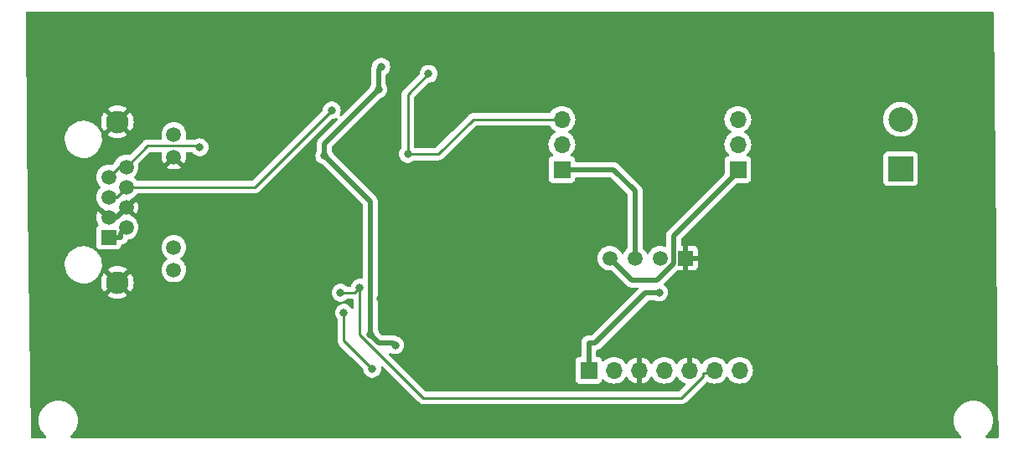
<source format=gbr>
%TF.GenerationSoftware,KiCad,Pcbnew,7.0.9*%
%TF.CreationDate,2024-04-08T18:15:02-04:00*%
%TF.ProjectId,WIRED-pH-EZO-Carrier-revA1,57495245-442d-4704-982d-455a4f2d4361,revA1*%
%TF.SameCoordinates,Original*%
%TF.FileFunction,Copper,L2,Bot*%
%TF.FilePolarity,Positive*%
%FSLAX46Y46*%
G04 Gerber Fmt 4.6, Leading zero omitted, Abs format (unit mm)*
G04 Created by KiCad (PCBNEW 7.0.9) date 2024-04-08 18:15:02*
%MOMM*%
%LPD*%
G01*
G04 APERTURE LIST*
%TA.AperFunction,ComponentPad*%
%ADD10R,1.500000X1.500000*%
%TD*%
%TA.AperFunction,ComponentPad*%
%ADD11C,1.500000*%
%TD*%
%TA.AperFunction,ComponentPad*%
%ADD12C,2.300000*%
%TD*%
%TA.AperFunction,ComponentPad*%
%ADD13R,1.700000X1.700000*%
%TD*%
%TA.AperFunction,ComponentPad*%
%ADD14O,1.700000X1.700000*%
%TD*%
%TA.AperFunction,ComponentPad*%
%ADD15R,2.500000X2.500000*%
%TD*%
%TA.AperFunction,ComponentPad*%
%ADD16C,2.500000*%
%TD*%
%TA.AperFunction,ViaPad*%
%ADD17C,0.800000*%
%TD*%
%TA.AperFunction,Conductor*%
%ADD18C,0.500000*%
%TD*%
%TA.AperFunction,Conductor*%
%ADD19C,0.250000*%
%TD*%
G04 APERTURE END LIST*
D10*
%TO.P,J1,1*%
%TO.N,+5V*%
X115060000Y-88646000D03*
D11*
%TO.P,J1,2*%
X116840000Y-87630000D03*
%TO.P,J1,3*%
%TO.N,GND*%
X115060000Y-86614000D03*
%TO.P,J1,4*%
X116840000Y-85598000D03*
%TO.P,J1,5*%
%TO.N,/SDA*%
X115060000Y-84582000D03*
%TO.P,J1,6*%
X116840000Y-83566000D03*
%TO.P,J1,7*%
%TO.N,/SCL*%
X115060000Y-82550000D03*
%TO.P,J1,8*%
X116840000Y-81534000D03*
%TO.P,J1,9*%
%TO.N,unconnected-(J1-Pad9)*%
X121660000Y-91946000D03*
%TO.P,J1,10*%
%TO.N,unconnected-(J1-Pad10)*%
X121660000Y-89656000D03*
%TO.P,J1,11*%
%TO.N,GND*%
X121660000Y-80516000D03*
%TO.P,J1,12*%
%TO.N,Net-(J1-Pad12)*%
X121660000Y-78226000D03*
D12*
%TO.P,J1,SH*%
%TO.N,GND*%
X115950000Y-93216000D03*
X115950000Y-76956000D03*
%TD*%
D13*
%TO.P,J4,1,Pin_1*%
%TO.N,VCCQ*%
X178642000Y-81788000D03*
D14*
%TO.P,J4,2,Pin_2*%
%TO.N,Net-(J4-Pin_2)*%
X178642000Y-79248000D03*
%TO.P,J4,3,Pin_3*%
%TO.N,Net-(J4-Pin_3)*%
X178642000Y-76708000D03*
%TD*%
D15*
%TO.P,J5,1,Pin_1*%
%TO.N,Net-(J4-Pin_2)*%
X195072000Y-81708000D03*
D16*
%TO.P,J5,2,Pin_2*%
%TO.N,Net-(J4-Pin_3)*%
X195072000Y-76708000D03*
%TD*%
D13*
%TO.P,J3,1,Pin_1*%
%TO.N,GNDS*%
X160862000Y-81788000D03*
D14*
%TO.P,J3,2,Pin_2*%
%TO.N,/ISO-SDA*%
X160862000Y-79248000D03*
%TO.P,J3,3,Pin_3*%
%TO.N,/ISO-SCL*%
X160862000Y-76708000D03*
%TD*%
D13*
%TO.P,J2,1,Pin_1*%
%TO.N,VCC*%
X163576000Y-102108000D03*
D14*
%TO.P,J2,2,Pin_2*%
%TO.N,PG*%
X166116000Y-102108000D03*
%TO.P,J2,3,Pin_3*%
%TO.N,GND*%
X168656000Y-102108000D03*
%TO.P,J2,4,Pin_4*%
%TO.N,PS*%
X171196000Y-102108000D03*
%TO.P,J2,5,Pin_5*%
%TO.N,GND*%
X173736000Y-102108000D03*
%TO.P,J2,6,Pin_6*%
%TO.N,EN*%
X176276000Y-102108000D03*
%TO.P,J2,7,Pin_7*%
%TO.N,+5V*%
X178816000Y-102108000D03*
%TD*%
D10*
%TO.P,U2,1,-Vin*%
%TO.N,GND*%
X173339500Y-90752500D03*
D11*
%TO.P,U2,2,+Vin*%
%TO.N,VCC*%
X170799500Y-90752500D03*
%TO.P,U2,3,-Vout*%
%TO.N,GNDS*%
X168259500Y-90752500D03*
%TO.P,U2,4,+Vout*%
%TO.N,VCCQ*%
X165719500Y-90752500D03*
%TD*%
D17*
%TO.N,GND*%
X142558700Y-94892000D03*
X140516700Y-78459300D03*
X134998500Y-81918500D03*
X133714200Y-96955700D03*
%TO.N,/SDA*%
X137610000Y-75790700D03*
%TO.N,/SCL*%
X124264900Y-79538200D03*
%TO.N,VCC*%
X141498400Y-98457700D03*
X144018000Y-99568000D03*
X142612000Y-71375800D03*
X136865800Y-80388000D03*
X170688000Y-94234000D03*
X142330400Y-73685600D03*
%TO.N,/ISO-SCL*%
X145299100Y-80216500D03*
X147392600Y-72099200D03*
%TO.N,PG*%
X138832900Y-96294000D03*
X141696400Y-101957000D03*
%TO.N,EN*%
X140456000Y-93737100D03*
X138493400Y-94262600D03*
%TD*%
D18*
%TO.N,+5V*%
X116840000Y-87630000D02*
X116261900Y-88208100D01*
X116261900Y-88208100D02*
X116261900Y-88646000D01*
X115060000Y-88646000D02*
X116261900Y-88646000D01*
%TO.N,GND*%
X115060000Y-86614000D02*
X115824000Y-86614000D01*
X115824000Y-86614000D02*
X116840000Y-85598000D01*
D19*
%TO.N,/SDA*%
X115824000Y-84582000D02*
X116840000Y-83566000D01*
X116840000Y-83566000D02*
X129834700Y-83566000D01*
X129834700Y-83566000D02*
X137610000Y-75790700D01*
X115060000Y-84582000D02*
X115824000Y-84582000D01*
%TO.N,/SCL*%
X124264900Y-79538200D02*
X124097700Y-79371000D01*
X116076000Y-81534000D02*
X115060000Y-82550000D01*
X116840000Y-81534000D02*
X116076000Y-81534000D01*
X124097700Y-79371000D02*
X119003000Y-79371000D01*
X119003000Y-79371000D02*
X116840000Y-81534000D01*
D18*
%TO.N,GNDS*%
X166086000Y-81788000D02*
X160782000Y-81788000D01*
X168259500Y-83961500D02*
X166086000Y-81788000D01*
X168259500Y-83961500D02*
X168259500Y-90752500D01*
%TO.N,VCC*%
X164222700Y-99326700D02*
X163576000Y-99326700D01*
X142330400Y-71657400D02*
X142330400Y-73685600D01*
X142367400Y-99326700D02*
X143776700Y-99326700D01*
X169315400Y-94234000D02*
X164222700Y-99326700D01*
X142367400Y-99326700D02*
X141498400Y-98457700D01*
X136865800Y-80388000D02*
X136865800Y-79150200D01*
X142612000Y-71375800D02*
X142330400Y-71657400D01*
X170688000Y-94234000D02*
X169315400Y-94234000D01*
X163576000Y-99326700D02*
X163576000Y-102362000D01*
X143776700Y-99326700D02*
X144018000Y-99568000D01*
X141498400Y-85020600D02*
X136865800Y-80388000D01*
X136865800Y-79150200D02*
X142330400Y-73685600D01*
X141498400Y-98457700D02*
X141498400Y-85020600D01*
D19*
%TO.N,/ISO-SCL*%
X145299100Y-80216500D02*
X148383500Y-80216500D01*
X148383500Y-80216500D02*
X151892000Y-76708000D01*
X145299100Y-74192700D02*
X145299100Y-80216500D01*
X147392600Y-72099200D02*
X145299100Y-74192700D01*
X151892000Y-76708000D02*
X160782000Y-76708000D01*
D18*
%TO.N,VCCQ*%
X172139500Y-88464500D02*
X178642000Y-81962000D01*
X167931000Y-92964000D02*
X170434000Y-92964000D01*
X172139500Y-91258500D02*
X172139500Y-88464500D01*
X170434000Y-92964000D02*
X172139500Y-91258500D01*
X178642000Y-81962000D02*
X178642000Y-81788000D01*
X165719500Y-90752500D02*
X167931000Y-92964000D01*
D19*
%TO.N,PG*%
X138832900Y-96294000D02*
X138832900Y-99093500D01*
X138832900Y-99093500D02*
X141696400Y-101957000D01*
%TO.N,EN*%
X175099100Y-102729900D02*
X172927000Y-104902000D01*
X139930500Y-94262600D02*
X140456000Y-93737100D01*
X176276000Y-102362000D02*
X175099100Y-102362000D01*
X138493400Y-94262600D02*
X139930500Y-94262600D01*
X175099100Y-102362000D02*
X175099100Y-102729900D01*
X146883700Y-104902000D02*
X140456000Y-98474300D01*
X140456000Y-98474300D02*
X140456000Y-93737100D01*
X172927000Y-104902000D02*
X146883700Y-104902000D01*
%TD*%
%TA.AperFunction,Conductor*%
%TO.N,GND*%
G36*
X204414490Y-65805685D02*
G01*
X204460245Y-65858489D01*
X204471441Y-65908539D01*
X204937514Y-105524709D01*
X204976524Y-108840541D01*
X204957630Y-108907808D01*
X204905368Y-108954181D01*
X204852533Y-108966000D01*
X203773616Y-108966000D01*
X203706577Y-108946315D01*
X203660822Y-108893511D01*
X203650878Y-108824353D01*
X203679903Y-108760797D01*
X203699305Y-108742733D01*
X203751395Y-108703739D01*
X203953739Y-108501395D01*
X204125226Y-108272315D01*
X204262367Y-108021161D01*
X204362369Y-107753046D01*
X204423196Y-107473428D01*
X204443610Y-107188000D01*
X204423196Y-106902572D01*
X204362369Y-106622954D01*
X204262367Y-106354839D01*
X204125226Y-106103685D01*
X204125224Y-106103682D01*
X203953745Y-105874612D01*
X203953729Y-105874594D01*
X203751405Y-105672270D01*
X203751387Y-105672254D01*
X203522317Y-105500775D01*
X203522309Y-105500770D01*
X203271166Y-105363635D01*
X203271167Y-105363635D01*
X203110949Y-105303877D01*
X203003046Y-105263631D01*
X203003043Y-105263630D01*
X203003037Y-105263628D01*
X202723433Y-105202804D01*
X202509448Y-105187500D01*
X202366552Y-105187500D01*
X202152566Y-105202804D01*
X201872962Y-105263628D01*
X201604833Y-105363635D01*
X201353690Y-105500770D01*
X201353682Y-105500775D01*
X201124612Y-105672254D01*
X201124594Y-105672270D01*
X200922270Y-105874594D01*
X200922254Y-105874612D01*
X200750775Y-106103682D01*
X200750770Y-106103690D01*
X200613635Y-106354833D01*
X200513628Y-106622962D01*
X200452804Y-106902566D01*
X200432390Y-107187998D01*
X200432390Y-107188001D01*
X200452804Y-107473433D01*
X200513628Y-107753037D01*
X200613635Y-108021166D01*
X200750770Y-108272309D01*
X200750775Y-108272317D01*
X200922254Y-108501387D01*
X200922270Y-108501405D01*
X201124594Y-108703729D01*
X201124600Y-108703734D01*
X201124605Y-108703739D01*
X201176695Y-108742733D01*
X201218566Y-108798667D01*
X201223550Y-108868358D01*
X201190065Y-108929681D01*
X201128742Y-108963166D01*
X201102384Y-108966000D01*
X111317616Y-108966000D01*
X111250577Y-108946315D01*
X111204822Y-108893511D01*
X111194878Y-108824353D01*
X111223903Y-108760797D01*
X111243305Y-108742733D01*
X111295395Y-108703739D01*
X111497739Y-108501395D01*
X111669226Y-108272315D01*
X111806367Y-108021161D01*
X111906369Y-107753046D01*
X111967196Y-107473428D01*
X111987610Y-107188000D01*
X111967196Y-106902572D01*
X111906369Y-106622954D01*
X111806367Y-106354839D01*
X111669226Y-106103685D01*
X111669224Y-106103682D01*
X111497745Y-105874612D01*
X111497729Y-105874594D01*
X111295405Y-105672270D01*
X111295387Y-105672254D01*
X111066317Y-105500775D01*
X111066309Y-105500770D01*
X110815166Y-105363635D01*
X110815167Y-105363635D01*
X110654949Y-105303877D01*
X110547046Y-105263631D01*
X110547043Y-105263630D01*
X110547037Y-105263628D01*
X110267433Y-105202804D01*
X110053448Y-105187500D01*
X109910552Y-105187500D01*
X109696566Y-105202804D01*
X109416962Y-105263628D01*
X109148833Y-105363635D01*
X108897690Y-105500770D01*
X108897682Y-105500775D01*
X108668612Y-105672254D01*
X108668594Y-105672270D01*
X108466270Y-105874594D01*
X108466254Y-105874612D01*
X108294775Y-106103682D01*
X108294770Y-106103690D01*
X108157635Y-106354833D01*
X108057628Y-106622962D01*
X107996804Y-106902566D01*
X107976390Y-107187998D01*
X107976390Y-107188001D01*
X107996804Y-107473433D01*
X108057628Y-107753037D01*
X108157635Y-108021166D01*
X108294770Y-108272309D01*
X108294775Y-108272317D01*
X108466254Y-108501387D01*
X108466270Y-108501405D01*
X108668594Y-108703729D01*
X108668600Y-108703734D01*
X108668605Y-108703739D01*
X108720695Y-108742733D01*
X108762566Y-108798667D01*
X108767550Y-108868358D01*
X108734065Y-108929681D01*
X108672742Y-108963166D01*
X108646384Y-108966000D01*
X107310549Y-108966000D01*
X107243510Y-108946315D01*
X107197755Y-108893511D01*
X107186558Y-108843459D01*
X107186333Y-108824353D01*
X106982572Y-91504678D01*
X110640737Y-91504678D01*
X110670762Y-91777559D01*
X110670763Y-91777569D01*
X110740202Y-92043178D01*
X110822292Y-92236353D01*
X110847577Y-92295852D01*
X110930057Y-92431000D01*
X110990592Y-92530191D01*
X110990599Y-92530201D01*
X111166199Y-92741207D01*
X111166204Y-92741212D01*
X111166209Y-92741218D01*
X111166216Y-92741224D01*
X111370672Y-92924419D01*
X111370674Y-92924420D01*
X111370677Y-92924423D01*
X111599641Y-93075904D01*
X111848221Y-93192433D01*
X112111119Y-93271527D01*
X112382731Y-93311500D01*
X112382736Y-93311500D01*
X112588552Y-93311500D01*
X112640744Y-93307679D01*
X112793805Y-93296477D01*
X113061775Y-93236784D01*
X113116117Y-93216000D01*
X114294898Y-93216000D01*
X114315274Y-93474912D01*
X114375901Y-93727445D01*
X114375906Y-93727462D01*
X114475290Y-93967397D01*
X114475292Y-93967400D01*
X114610992Y-94188842D01*
X114610993Y-94188843D01*
X114616801Y-94195644D01*
X115244217Y-93568228D01*
X115332379Y-93708536D01*
X115457464Y-93833621D01*
X115597770Y-93921781D01*
X114970354Y-94549197D01*
X114977157Y-94555007D01*
X115198599Y-94690707D01*
X115198602Y-94690709D01*
X115438537Y-94790093D01*
X115438554Y-94790098D01*
X115691088Y-94850725D01*
X115691087Y-94850725D01*
X115950000Y-94871101D01*
X116208912Y-94850725D01*
X116461445Y-94790098D01*
X116461462Y-94790093D01*
X116701397Y-94690709D01*
X116701400Y-94690707D01*
X116922844Y-94555005D01*
X116929644Y-94549197D01*
X116302229Y-93921782D01*
X116442536Y-93833621D01*
X116567621Y-93708536D01*
X116655782Y-93568229D01*
X117283197Y-94195644D01*
X117289005Y-94188844D01*
X117424707Y-93967400D01*
X117424709Y-93967397D01*
X117524093Y-93727462D01*
X117524098Y-93727445D01*
X117584725Y-93474912D01*
X117605101Y-93216000D01*
X117584725Y-92957087D01*
X117524098Y-92704554D01*
X117524093Y-92704537D01*
X117424709Y-92464602D01*
X117424707Y-92464599D01*
X117289007Y-92243157D01*
X117283197Y-92236354D01*
X116655781Y-92863769D01*
X116567621Y-92723464D01*
X116442536Y-92598379D01*
X116302229Y-92510217D01*
X116866444Y-91946002D01*
X120404723Y-91946002D01*
X120423793Y-92163975D01*
X120423793Y-92163979D01*
X120480422Y-92375322D01*
X120480424Y-92375326D01*
X120480425Y-92375330D01*
X120513304Y-92445839D01*
X120572897Y-92573638D01*
X120572898Y-92573639D01*
X120698402Y-92752877D01*
X120853123Y-92907598D01*
X121032361Y-93033102D01*
X121230670Y-93125575D01*
X121442023Y-93182207D01*
X121624926Y-93198208D01*
X121659998Y-93201277D01*
X121660000Y-93201277D01*
X121660002Y-93201277D01*
X121688254Y-93198805D01*
X121877977Y-93182207D01*
X122089330Y-93125575D01*
X122287639Y-93033102D01*
X122466877Y-92907598D01*
X122621598Y-92752877D01*
X122747102Y-92573639D01*
X122839575Y-92375330D01*
X122896207Y-92163977D01*
X122915277Y-91946000D01*
X122914694Y-91939341D01*
X122907726Y-91859687D01*
X122896207Y-91728023D01*
X122848593Y-91550327D01*
X122839577Y-91516677D01*
X122839576Y-91516676D01*
X122839575Y-91516670D01*
X122747102Y-91318362D01*
X122747100Y-91318359D01*
X122747099Y-91318357D01*
X122621599Y-91139124D01*
X122565773Y-91083298D01*
X122466877Y-90984402D01*
X122350013Y-90902573D01*
X122306390Y-90847998D01*
X122299198Y-90778499D01*
X122330720Y-90716145D01*
X122350010Y-90699429D01*
X122466877Y-90617598D01*
X122621598Y-90462877D01*
X122747102Y-90283639D01*
X122839575Y-90085330D01*
X122896207Y-89873977D01*
X122915277Y-89656000D01*
X122896207Y-89438023D01*
X122839575Y-89226670D01*
X122747102Y-89028362D01*
X122747100Y-89028359D01*
X122747099Y-89028357D01*
X122621599Y-88849124D01*
X122547842Y-88775367D01*
X122466877Y-88694402D01*
X122287639Y-88568898D01*
X122287640Y-88568898D01*
X122287638Y-88568897D01*
X122188484Y-88522661D01*
X122089330Y-88476425D01*
X122089326Y-88476424D01*
X122089322Y-88476422D01*
X121877977Y-88419793D01*
X121660002Y-88400723D01*
X121659998Y-88400723D01*
X121514682Y-88413436D01*
X121442023Y-88419793D01*
X121442020Y-88419793D01*
X121230677Y-88476422D01*
X121230668Y-88476426D01*
X121032361Y-88568898D01*
X121032357Y-88568900D01*
X120853121Y-88694402D01*
X120698402Y-88849121D01*
X120572900Y-89028357D01*
X120572898Y-89028361D01*
X120480426Y-89226668D01*
X120480422Y-89226677D01*
X120423793Y-89438020D01*
X120423793Y-89438023D01*
X120423281Y-89443872D01*
X120405457Y-89647613D01*
X120404723Y-89656000D01*
X120416979Y-89796096D01*
X120423793Y-89873975D01*
X120423793Y-89873979D01*
X120480422Y-90085322D01*
X120480424Y-90085326D01*
X120480425Y-90085330D01*
X120526661Y-90184484D01*
X120572897Y-90283638D01*
X120572898Y-90283639D01*
X120698402Y-90462877D01*
X120698406Y-90462881D01*
X120853122Y-90617597D01*
X120969984Y-90699426D01*
X121013609Y-90754003D01*
X121020801Y-90823501D01*
X120989278Y-90885856D01*
X120969984Y-90902575D01*
X120853118Y-90984405D01*
X120698402Y-91139121D01*
X120572900Y-91318357D01*
X120572898Y-91318361D01*
X120480426Y-91516668D01*
X120480422Y-91516677D01*
X120423793Y-91728020D01*
X120423793Y-91728024D01*
X120404723Y-91945997D01*
X120404723Y-91946002D01*
X116866444Y-91946002D01*
X116929645Y-91882801D01*
X116922843Y-91876993D01*
X116922842Y-91876992D01*
X116701400Y-91741292D01*
X116701397Y-91741290D01*
X116461462Y-91641906D01*
X116461445Y-91641901D01*
X116208911Y-91581274D01*
X116208912Y-91581274D01*
X115950000Y-91560898D01*
X115691087Y-91581274D01*
X115438554Y-91641901D01*
X115438537Y-91641906D01*
X115198602Y-91741290D01*
X115198599Y-91741292D01*
X114977155Y-91876993D01*
X114970353Y-91882800D01*
X115597770Y-92510217D01*
X115457464Y-92598379D01*
X115332379Y-92723464D01*
X115244217Y-92863770D01*
X114616800Y-92236353D01*
X114610993Y-92243155D01*
X114475292Y-92464599D01*
X114475290Y-92464602D01*
X114375906Y-92704537D01*
X114375901Y-92704554D01*
X114315274Y-92957087D01*
X114294898Y-93216000D01*
X113116117Y-93216000D01*
X113318198Y-93138711D01*
X113557609Y-93004347D01*
X113774904Y-92836557D01*
X113965454Y-92638916D01*
X114125196Y-92415637D01*
X114250727Y-92171479D01*
X114339370Y-91911646D01*
X114389236Y-91641674D01*
X114399262Y-91367320D01*
X114369236Y-91094429D01*
X114307660Y-90858898D01*
X114299797Y-90828821D01*
X114297536Y-90823501D01*
X114192423Y-90576148D01*
X114049405Y-90341804D01*
X114037466Y-90327458D01*
X113873800Y-90130792D01*
X113873795Y-90130787D01*
X113873791Y-90130782D01*
X113767385Y-90035441D01*
X113669327Y-89947580D01*
X113669324Y-89947578D01*
X113669323Y-89947577D01*
X113440359Y-89796096D01*
X113191779Y-89679567D01*
X113044362Y-89635216D01*
X112928879Y-89600472D01*
X112795915Y-89580904D01*
X112657269Y-89560500D01*
X112451453Y-89560500D01*
X112451448Y-89560500D01*
X112246195Y-89575523D01*
X112246185Y-89575524D01*
X111978229Y-89635214D01*
X111978224Y-89635216D01*
X111721799Y-89733290D01*
X111482392Y-89867652D01*
X111482387Y-89867655D01*
X111265097Y-90035441D01*
X111265088Y-90035450D01*
X111074549Y-90233080D01*
X111074547Y-90233082D01*
X110914805Y-90456361D01*
X110914802Y-90456366D01*
X110789275Y-90700515D01*
X110789271Y-90700525D01*
X110700632Y-90960344D01*
X110700629Y-90960358D01*
X110650765Y-91230314D01*
X110650763Y-91230334D01*
X110640737Y-91504678D01*
X106982572Y-91504678D01*
X106901129Y-84582002D01*
X113804723Y-84582002D01*
X113823793Y-84799975D01*
X113823793Y-84799979D01*
X113880422Y-85011322D01*
X113880424Y-85011326D01*
X113880425Y-85011330D01*
X113894994Y-85042573D01*
X113972897Y-85209638D01*
X113972898Y-85209639D01*
X114098402Y-85388877D01*
X114253123Y-85543598D01*
X114432361Y-85669102D01*
X114480555Y-85691575D01*
X114515826Y-85716273D01*
X114976163Y-86176610D01*
X114927353Y-86183967D01*
X114806491Y-86242171D01*
X114708156Y-86333413D01*
X114641083Y-86449587D01*
X114622676Y-86530228D01*
X114016875Y-85924427D01*
X114016875Y-85924428D01*
X113973333Y-85986612D01*
X113973332Y-85986614D01*
X113880898Y-86184840D01*
X113880894Y-86184849D01*
X113824289Y-86396105D01*
X113824287Y-86396115D01*
X113805225Y-86613999D01*
X113805225Y-86614000D01*
X113824287Y-86831884D01*
X113824289Y-86831894D01*
X113880894Y-87043150D01*
X113880898Y-87043159D01*
X113973333Y-87241387D01*
X114033724Y-87327634D01*
X114056051Y-87393840D01*
X114039041Y-87461608D01*
X114006461Y-87498024D01*
X113952452Y-87538455D01*
X113866206Y-87653664D01*
X113866202Y-87653671D01*
X113815908Y-87788517D01*
X113809501Y-87848116D01*
X113809500Y-87848135D01*
X113809500Y-89443870D01*
X113809501Y-89443876D01*
X113815908Y-89503483D01*
X113866202Y-89638328D01*
X113866206Y-89638335D01*
X113952452Y-89753544D01*
X113952455Y-89753547D01*
X114067664Y-89839793D01*
X114067671Y-89839797D01*
X114202517Y-89890091D01*
X114202516Y-89890091D01*
X114209444Y-89890835D01*
X114262127Y-89896500D01*
X115857872Y-89896499D01*
X115917483Y-89890091D01*
X116052331Y-89839796D01*
X116167546Y-89753546D01*
X116253796Y-89638331D01*
X116299313Y-89516293D01*
X116304090Y-89503486D01*
X116304090Y-89503485D01*
X116304091Y-89503483D01*
X116305139Y-89493732D01*
X116331874Y-89429184D01*
X116389265Y-89389334D01*
X116414030Y-89383826D01*
X116436155Y-89381241D01*
X116446682Y-89377408D01*
X116467572Y-89371811D01*
X116478611Y-89369865D01*
X116537455Y-89344482D01*
X116540776Y-89343161D01*
X116601017Y-89321237D01*
X116610388Y-89315072D01*
X116629406Y-89304818D01*
X116639704Y-89300377D01*
X116691133Y-89262087D01*
X116694028Y-89260060D01*
X116747596Y-89224830D01*
X116755291Y-89216672D01*
X116771434Y-89202306D01*
X116780430Y-89195610D01*
X116821651Y-89146482D01*
X116823990Y-89143855D01*
X116867992Y-89097218D01*
X116873600Y-89087502D01*
X116885993Y-89069803D01*
X116893202Y-89061214D01*
X116921980Y-89003909D01*
X116923641Y-89000826D01*
X116955712Y-88945281D01*
X116955713Y-88945276D01*
X116957828Y-88940374D01*
X117002452Y-88886611D01*
X117052934Y-88868768D01*
X117052649Y-88867146D01*
X117057969Y-88866207D01*
X117057977Y-88866207D01*
X117269330Y-88809575D01*
X117467639Y-88717102D01*
X117646877Y-88591598D01*
X117801598Y-88436877D01*
X117927102Y-88257639D01*
X118019575Y-88059330D01*
X118076207Y-87847977D01*
X118095277Y-87630000D01*
X118076207Y-87412023D01*
X118019575Y-87200670D01*
X117927102Y-87002362D01*
X117927100Y-87002359D01*
X117927099Y-87002357D01*
X117801599Y-86823124D01*
X117756888Y-86778413D01*
X117646877Y-86668402D01*
X117467639Y-86542898D01*
X117467640Y-86542898D01*
X117467638Y-86542897D01*
X117419446Y-86520425D01*
X117384171Y-86495724D01*
X116923836Y-86035389D01*
X116972647Y-86028033D01*
X117093509Y-85969829D01*
X117191844Y-85878587D01*
X117258917Y-85762413D01*
X117277323Y-85681771D01*
X117883124Y-86287572D01*
X117926666Y-86225387D01*
X118019101Y-86027159D01*
X118019105Y-86027150D01*
X118075710Y-85815894D01*
X118075712Y-85815884D01*
X118094775Y-85598000D01*
X118094775Y-85597999D01*
X118075712Y-85380115D01*
X118075710Y-85380105D01*
X118019105Y-85168849D01*
X118019101Y-85168840D01*
X117926668Y-84970615D01*
X117883123Y-84908428D01*
X117279785Y-85511766D01*
X117278743Y-85497860D01*
X117229734Y-85372987D01*
X117146095Y-85268108D01*
X117035259Y-85192541D01*
X116925700Y-85158746D01*
X117384170Y-84700275D01*
X117419447Y-84675574D01*
X117434495Y-84668557D01*
X117467630Y-84653107D01*
X117467633Y-84653104D01*
X117467639Y-84653102D01*
X117646877Y-84527598D01*
X117801598Y-84372877D01*
X117891575Y-84244375D01*
X117946151Y-84200752D01*
X117993149Y-84191500D01*
X129751957Y-84191500D01*
X129767577Y-84193224D01*
X129767604Y-84192939D01*
X129775360Y-84193671D01*
X129775367Y-84193673D01*
X129844514Y-84191500D01*
X129874050Y-84191500D01*
X129880928Y-84190630D01*
X129886741Y-84190172D01*
X129933327Y-84188709D01*
X129952569Y-84183117D01*
X129971612Y-84179174D01*
X129991492Y-84176664D01*
X130034822Y-84159507D01*
X130040346Y-84157617D01*
X130044096Y-84156527D01*
X130085090Y-84144618D01*
X130102329Y-84134422D01*
X130119803Y-84125862D01*
X130138427Y-84118488D01*
X130138427Y-84118487D01*
X130138432Y-84118486D01*
X130176149Y-84091082D01*
X130181005Y-84087892D01*
X130221120Y-84064170D01*
X130235289Y-84049999D01*
X130250079Y-84037368D01*
X130266287Y-84025594D01*
X130295999Y-83989676D01*
X130299912Y-83985376D01*
X137557771Y-76727519D01*
X137619094Y-76694034D01*
X137645452Y-76691200D01*
X137704644Y-76691200D01*
X137704646Y-76691200D01*
X137889803Y-76651844D01*
X138023028Y-76592527D01*
X138092274Y-76583242D01*
X138155551Y-76612870D01*
X138192765Y-76672005D01*
X138192101Y-76741871D01*
X138161142Y-76793488D01*
X136380158Y-78574472D01*
X136366529Y-78586251D01*
X136347268Y-78600590D01*
X136313698Y-78640597D01*
X136310053Y-78644576D01*
X136304209Y-78650422D01*
X136283859Y-78676159D01*
X136234495Y-78734989D01*
X136230529Y-78741019D01*
X136230482Y-78740988D01*
X136226430Y-78747347D01*
X136226479Y-78747377D01*
X136222689Y-78753521D01*
X136190224Y-78823141D01*
X136155760Y-78891766D01*
X136153288Y-78898557D01*
X136153232Y-78898536D01*
X136150760Y-78905650D01*
X136150815Y-78905669D01*
X136148542Y-78912527D01*
X136142526Y-78941665D01*
X136133007Y-78987765D01*
X136119801Y-79043484D01*
X136115298Y-79062486D01*
X136114461Y-79069654D01*
X136114401Y-79069647D01*
X136113635Y-79077145D01*
X136113695Y-79077151D01*
X136113065Y-79084340D01*
X136115300Y-79161116D01*
X136115300Y-79853677D01*
X136098687Y-79915677D01*
X136038621Y-80019714D01*
X135983279Y-80190039D01*
X135980126Y-80199744D01*
X135960340Y-80388000D01*
X135980126Y-80576256D01*
X135980127Y-80576259D01*
X136038618Y-80756277D01*
X136038621Y-80756284D01*
X136133267Y-80920216D01*
X136238870Y-81037500D01*
X136259929Y-81060888D01*
X136413065Y-81172148D01*
X136413070Y-81172151D01*
X136585991Y-81249142D01*
X136585993Y-81249142D01*
X136585997Y-81249144D01*
X136651129Y-81262987D01*
X136712609Y-81296178D01*
X136713028Y-81296596D01*
X140711581Y-85295149D01*
X140745066Y-85356472D01*
X140747900Y-85382830D01*
X140747900Y-92725400D01*
X140728215Y-92792439D01*
X140675411Y-92838194D01*
X140606253Y-92848138D01*
X140598121Y-92846691D01*
X140595530Y-92846140D01*
X140550646Y-92836600D01*
X140361354Y-92836600D01*
X140328897Y-92843498D01*
X140176197Y-92875955D01*
X140176192Y-92875957D01*
X140003270Y-92952948D01*
X140003265Y-92952951D01*
X139850129Y-93064211D01*
X139723466Y-93204885D01*
X139628821Y-93368815D01*
X139628818Y-93368821D01*
X139569490Y-93551418D01*
X139530053Y-93609093D01*
X139465694Y-93636292D01*
X139451559Y-93637100D01*
X139197148Y-93637100D01*
X139130109Y-93617415D01*
X139105000Y-93596074D01*
X139099273Y-93589714D01*
X139099269Y-93589710D01*
X138946134Y-93478451D01*
X138946129Y-93478448D01*
X138773207Y-93401457D01*
X138773202Y-93401455D01*
X138619666Y-93368821D01*
X138588046Y-93362100D01*
X138398754Y-93362100D01*
X138367162Y-93368815D01*
X138213597Y-93401455D01*
X138213592Y-93401457D01*
X138040670Y-93478448D01*
X138040665Y-93478451D01*
X137887529Y-93589711D01*
X137760866Y-93730385D01*
X137666221Y-93894315D01*
X137666218Y-93894322D01*
X137607727Y-94074340D01*
X137607726Y-94074344D01*
X137587940Y-94262600D01*
X137607726Y-94450856D01*
X137607727Y-94450859D01*
X137666218Y-94630877D01*
X137666221Y-94630884D01*
X137760867Y-94794816D01*
X137862585Y-94907785D01*
X137887529Y-94935488D01*
X138040665Y-95046748D01*
X138040670Y-95046751D01*
X138213592Y-95123742D01*
X138213597Y-95123744D01*
X138398754Y-95163100D01*
X138398755Y-95163100D01*
X138588044Y-95163100D01*
X138588046Y-95163100D01*
X138773203Y-95123744D01*
X138946130Y-95046751D01*
X139099271Y-94935488D01*
X139102188Y-94932247D01*
X139105000Y-94929126D01*
X139164487Y-94892479D01*
X139197148Y-94888100D01*
X139706500Y-94888100D01*
X139773539Y-94907785D01*
X139819294Y-94960589D01*
X139830500Y-95012100D01*
X139830500Y-95758119D01*
X139810815Y-95825158D01*
X139758011Y-95870913D01*
X139688853Y-95880857D01*
X139625297Y-95851832D01*
X139599113Y-95820119D01*
X139565434Y-95761785D01*
X139438770Y-95621111D01*
X139285634Y-95509851D01*
X139285629Y-95509848D01*
X139112707Y-95432857D01*
X139112702Y-95432855D01*
X138966901Y-95401865D01*
X138927546Y-95393500D01*
X138738254Y-95393500D01*
X138705797Y-95400398D01*
X138553097Y-95432855D01*
X138553092Y-95432857D01*
X138380170Y-95509848D01*
X138380165Y-95509851D01*
X138227029Y-95621111D01*
X138100366Y-95761785D01*
X138005721Y-95925715D01*
X138005718Y-95925722D01*
X137947227Y-96105740D01*
X137947226Y-96105744D01*
X137927440Y-96294000D01*
X137947226Y-96482256D01*
X137947227Y-96482259D01*
X138005718Y-96662277D01*
X138005721Y-96662284D01*
X138100367Y-96826216D01*
X138143672Y-96874310D01*
X138175550Y-96909715D01*
X138205780Y-96972706D01*
X138207400Y-96992687D01*
X138207400Y-99010755D01*
X138205675Y-99026372D01*
X138205961Y-99026399D01*
X138205226Y-99034165D01*
X138207400Y-99103314D01*
X138207400Y-99132843D01*
X138207401Y-99132860D01*
X138208268Y-99139731D01*
X138208726Y-99145550D01*
X138210190Y-99192124D01*
X138210191Y-99192127D01*
X138215780Y-99211367D01*
X138219724Y-99230411D01*
X138220807Y-99238979D01*
X138222236Y-99250291D01*
X138239390Y-99293619D01*
X138241282Y-99299147D01*
X138254281Y-99343888D01*
X138264480Y-99361134D01*
X138273038Y-99378603D01*
X138280414Y-99397232D01*
X138307798Y-99434923D01*
X138311006Y-99439807D01*
X138334727Y-99479916D01*
X138334733Y-99479924D01*
X138348890Y-99494080D01*
X138361528Y-99508876D01*
X138373305Y-99525086D01*
X138373306Y-99525087D01*
X138409209Y-99554788D01*
X138413520Y-99558710D01*
X139592625Y-100737815D01*
X140757438Y-101902628D01*
X140790923Y-101963951D01*
X140793078Y-101977347D01*
X140798000Y-102024177D01*
X140810726Y-102145256D01*
X140810727Y-102145259D01*
X140869218Y-102325277D01*
X140869221Y-102325284D01*
X140963867Y-102489216D01*
X141057027Y-102592680D01*
X141090529Y-102629888D01*
X141243665Y-102741148D01*
X141243670Y-102741151D01*
X141416592Y-102818142D01*
X141416597Y-102818144D01*
X141601754Y-102857500D01*
X141601755Y-102857500D01*
X141791044Y-102857500D01*
X141791046Y-102857500D01*
X141976203Y-102818144D01*
X142149130Y-102741151D01*
X142302271Y-102629888D01*
X142428933Y-102489216D01*
X142523579Y-102325284D01*
X142582074Y-102145256D01*
X142601860Y-101957000D01*
X142585345Y-101799874D01*
X142597914Y-101731150D01*
X142645646Y-101680126D01*
X142713386Y-101663008D01*
X142779628Y-101685230D01*
X142796347Y-101699237D01*
X146382894Y-105285784D01*
X146392719Y-105298048D01*
X146392940Y-105297866D01*
X146397910Y-105303873D01*
X146397913Y-105303876D01*
X146397914Y-105303877D01*
X146448351Y-105351241D01*
X146469230Y-105372120D01*
X146474704Y-105376366D01*
X146479142Y-105380156D01*
X146513118Y-105412062D01*
X146513122Y-105412064D01*
X146530673Y-105421713D01*
X146546931Y-105432392D01*
X146562764Y-105444674D01*
X146584715Y-105454172D01*
X146605537Y-105463183D01*
X146610781Y-105465752D01*
X146651608Y-105488197D01*
X146671012Y-105493179D01*
X146689410Y-105499478D01*
X146707805Y-105507438D01*
X146753829Y-105514726D01*
X146759532Y-105515907D01*
X146804681Y-105527500D01*
X146824716Y-105527500D01*
X146844113Y-105529026D01*
X146863896Y-105532160D01*
X146910284Y-105527775D01*
X146916122Y-105527500D01*
X172844257Y-105527500D01*
X172859877Y-105529224D01*
X172859904Y-105528939D01*
X172867660Y-105529671D01*
X172867667Y-105529673D01*
X172936814Y-105527500D01*
X172966350Y-105527500D01*
X172973228Y-105526630D01*
X172979041Y-105526172D01*
X173025627Y-105524709D01*
X173044869Y-105519117D01*
X173063912Y-105515174D01*
X173083792Y-105512664D01*
X173127122Y-105495507D01*
X173132646Y-105493617D01*
X173136396Y-105492527D01*
X173177390Y-105480618D01*
X173194629Y-105470422D01*
X173212103Y-105461862D01*
X173230727Y-105454488D01*
X173230727Y-105454487D01*
X173230732Y-105454486D01*
X173268449Y-105427082D01*
X173273305Y-105423892D01*
X173313420Y-105400170D01*
X173327589Y-105385999D01*
X173342379Y-105373368D01*
X173358587Y-105361594D01*
X173388299Y-105325676D01*
X173392212Y-105321376D01*
X175426601Y-103286988D01*
X175487922Y-103253505D01*
X175557614Y-103258489D01*
X175585403Y-103273095D01*
X175598170Y-103282035D01*
X175812337Y-103381903D01*
X176040592Y-103443063D01*
X176217034Y-103458500D01*
X176275999Y-103463659D01*
X176276000Y-103463659D01*
X176276001Y-103463659D01*
X176334966Y-103458500D01*
X176511408Y-103443063D01*
X176739663Y-103381903D01*
X176953830Y-103282035D01*
X177147401Y-103146495D01*
X177314495Y-102979401D01*
X177444425Y-102793842D01*
X177499002Y-102750217D01*
X177568500Y-102743023D01*
X177630855Y-102774546D01*
X177647575Y-102793842D01*
X177777500Y-102979395D01*
X177777505Y-102979401D01*
X177944599Y-103146495D01*
X178041384Y-103214265D01*
X178138165Y-103282032D01*
X178138167Y-103282033D01*
X178138170Y-103282035D01*
X178352337Y-103381903D01*
X178580592Y-103443063D01*
X178757034Y-103458500D01*
X178815999Y-103463659D01*
X178816000Y-103463659D01*
X178816001Y-103463659D01*
X178874966Y-103458500D01*
X179051408Y-103443063D01*
X179279663Y-103381903D01*
X179493830Y-103282035D01*
X179687401Y-103146495D01*
X179854495Y-102979401D01*
X179990035Y-102785830D01*
X180089903Y-102571663D01*
X180151063Y-102343408D01*
X180171659Y-102108000D01*
X180151063Y-101872592D01*
X180089903Y-101644337D01*
X179990035Y-101430171D01*
X179984731Y-101422595D01*
X179854494Y-101236597D01*
X179687402Y-101069506D01*
X179687395Y-101069501D01*
X179493834Y-100933967D01*
X179493830Y-100933965D01*
X179463204Y-100919684D01*
X179279663Y-100834097D01*
X179279659Y-100834096D01*
X179279655Y-100834094D01*
X179051413Y-100772938D01*
X179051403Y-100772936D01*
X178816001Y-100752341D01*
X178815999Y-100752341D01*
X178580596Y-100772936D01*
X178580586Y-100772938D01*
X178352344Y-100834094D01*
X178352335Y-100834098D01*
X178138171Y-100933964D01*
X178138169Y-100933965D01*
X177944597Y-101069505D01*
X177777505Y-101236597D01*
X177647575Y-101422158D01*
X177592998Y-101465783D01*
X177523500Y-101472977D01*
X177461145Y-101441454D01*
X177444425Y-101422158D01*
X177314494Y-101236597D01*
X177147402Y-101069506D01*
X177147395Y-101069501D01*
X176953834Y-100933967D01*
X176953830Y-100933965D01*
X176923204Y-100919684D01*
X176739663Y-100834097D01*
X176739659Y-100834096D01*
X176739655Y-100834094D01*
X176511413Y-100772938D01*
X176511403Y-100772936D01*
X176276001Y-100752341D01*
X176275999Y-100752341D01*
X176040596Y-100772936D01*
X176040586Y-100772938D01*
X175812344Y-100834094D01*
X175812335Y-100834098D01*
X175598171Y-100933964D01*
X175598169Y-100933965D01*
X175404597Y-101069505D01*
X175237508Y-101236594D01*
X175107269Y-101422595D01*
X175052692Y-101466219D01*
X174983193Y-101473412D01*
X174920839Y-101441890D01*
X174904119Y-101422594D01*
X174774113Y-101236926D01*
X174774108Y-101236920D01*
X174607082Y-101069894D01*
X174413578Y-100934399D01*
X174199492Y-100834570D01*
X174199486Y-100834567D01*
X173986000Y-100777364D01*
X173986000Y-101672498D01*
X173878315Y-101623320D01*
X173771763Y-101608000D01*
X173700237Y-101608000D01*
X173593685Y-101623320D01*
X173486000Y-101672498D01*
X173486000Y-100777364D01*
X173485999Y-100777364D01*
X173272513Y-100834567D01*
X173272507Y-100834570D01*
X173058422Y-100934399D01*
X173058420Y-100934400D01*
X172864926Y-101069886D01*
X172864920Y-101069891D01*
X172697891Y-101236920D01*
X172697890Y-101236922D01*
X172567880Y-101422595D01*
X172513303Y-101466219D01*
X172443804Y-101473412D01*
X172381450Y-101441890D01*
X172364730Y-101422594D01*
X172234494Y-101236597D01*
X172067402Y-101069506D01*
X172067395Y-101069501D01*
X171873834Y-100933967D01*
X171873830Y-100933965D01*
X171843204Y-100919684D01*
X171659663Y-100834097D01*
X171659659Y-100834096D01*
X171659655Y-100834094D01*
X171431413Y-100772938D01*
X171431403Y-100772936D01*
X171196001Y-100752341D01*
X171195999Y-100752341D01*
X170960596Y-100772936D01*
X170960586Y-100772938D01*
X170732344Y-100834094D01*
X170732335Y-100834098D01*
X170518171Y-100933964D01*
X170518169Y-100933965D01*
X170324597Y-101069505D01*
X170157508Y-101236594D01*
X170027269Y-101422595D01*
X169972692Y-101466219D01*
X169903193Y-101473412D01*
X169840839Y-101441890D01*
X169824119Y-101422594D01*
X169694113Y-101236926D01*
X169694108Y-101236920D01*
X169527082Y-101069894D01*
X169333578Y-100934399D01*
X169119492Y-100834570D01*
X169119486Y-100834567D01*
X168906000Y-100777364D01*
X168906000Y-101672498D01*
X168798315Y-101623320D01*
X168691763Y-101608000D01*
X168620237Y-101608000D01*
X168513685Y-101623320D01*
X168406000Y-101672498D01*
X168406000Y-100777364D01*
X168405999Y-100777364D01*
X168192513Y-100834567D01*
X168192507Y-100834570D01*
X167978422Y-100934399D01*
X167978420Y-100934400D01*
X167784926Y-101069886D01*
X167784920Y-101069891D01*
X167617891Y-101236920D01*
X167617890Y-101236922D01*
X167487880Y-101422595D01*
X167433303Y-101466219D01*
X167363804Y-101473412D01*
X167301450Y-101441890D01*
X167284730Y-101422594D01*
X167154494Y-101236597D01*
X166987402Y-101069506D01*
X166987395Y-101069501D01*
X166793834Y-100933967D01*
X166793830Y-100933965D01*
X166763204Y-100919684D01*
X166579663Y-100834097D01*
X166579659Y-100834096D01*
X166579655Y-100834094D01*
X166351413Y-100772938D01*
X166351403Y-100772936D01*
X166116001Y-100752341D01*
X166115999Y-100752341D01*
X165880596Y-100772936D01*
X165880586Y-100772938D01*
X165652344Y-100834094D01*
X165652335Y-100834098D01*
X165438171Y-100933964D01*
X165438169Y-100933965D01*
X165244600Y-101069503D01*
X165122673Y-101191430D01*
X165061350Y-101224914D01*
X164991658Y-101219930D01*
X164935725Y-101178058D01*
X164918810Y-101147081D01*
X164869797Y-101015671D01*
X164869793Y-101015664D01*
X164783547Y-100900455D01*
X164783544Y-100900452D01*
X164668335Y-100814206D01*
X164668328Y-100814202D01*
X164533482Y-100763908D01*
X164533483Y-100763908D01*
X164473883Y-100757501D01*
X164473881Y-100757500D01*
X164473873Y-100757500D01*
X164473865Y-100757500D01*
X164450500Y-100757500D01*
X164383461Y-100737815D01*
X164337706Y-100685011D01*
X164326500Y-100633500D01*
X164326500Y-100174410D01*
X164346185Y-100107371D01*
X164398989Y-100061616D01*
X164408091Y-100057888D01*
X164469123Y-100035674D01*
X164542034Y-100011514D01*
X164542043Y-100011507D01*
X164548582Y-100008460D01*
X164548608Y-100008516D01*
X164555390Y-100005232D01*
X164555363Y-100005178D01*
X164561806Y-100001940D01*
X164561817Y-100001937D01*
X164625983Y-99959734D01*
X164691356Y-99919412D01*
X164691362Y-99919405D01*
X164697025Y-99914929D01*
X164697062Y-99914977D01*
X164702904Y-99910218D01*
X164702864Y-99910171D01*
X164708391Y-99905532D01*
X164708396Y-99905530D01*
X164761086Y-99849681D01*
X169589948Y-95020819D01*
X169651271Y-94987334D01*
X169677629Y-94984500D01*
X170148663Y-94984500D01*
X170215702Y-95004185D01*
X170221548Y-95008182D01*
X170235265Y-95018148D01*
X170235270Y-95018151D01*
X170408192Y-95095142D01*
X170408197Y-95095144D01*
X170593354Y-95134500D01*
X170593355Y-95134500D01*
X170782644Y-95134500D01*
X170782646Y-95134500D01*
X170967803Y-95095144D01*
X171140730Y-95018151D01*
X171293871Y-94906888D01*
X171420533Y-94766216D01*
X171515179Y-94602284D01*
X171573674Y-94422256D01*
X171593460Y-94234000D01*
X171573674Y-94045744D01*
X171515179Y-93865716D01*
X171420533Y-93701784D01*
X171293871Y-93561112D01*
X171293870Y-93561111D01*
X171182190Y-93479971D01*
X171139524Y-93424641D01*
X171133545Y-93355028D01*
X171166151Y-93293233D01*
X171167330Y-93292036D01*
X172423151Y-92036214D01*
X172484470Y-92002732D01*
X172524089Y-92000609D01*
X172541668Y-92002499D01*
X172541672Y-92002500D01*
X173089500Y-92002500D01*
X173089500Y-91188001D01*
X173197185Y-91237180D01*
X173303737Y-91252500D01*
X173375263Y-91252500D01*
X173481815Y-91237180D01*
X173589500Y-91188001D01*
X173589500Y-92002500D01*
X174137328Y-92002500D01*
X174137344Y-92002499D01*
X174196872Y-91996098D01*
X174196879Y-91996096D01*
X174331586Y-91945854D01*
X174331593Y-91945850D01*
X174446687Y-91859690D01*
X174446690Y-91859687D01*
X174532850Y-91744593D01*
X174532854Y-91744586D01*
X174583096Y-91609879D01*
X174583098Y-91609872D01*
X174589499Y-91550344D01*
X174589500Y-91550327D01*
X174589500Y-91002500D01*
X173773186Y-91002500D01*
X173798993Y-90962344D01*
X173839500Y-90824389D01*
X173839500Y-90680611D01*
X173798993Y-90542656D01*
X173773186Y-90502500D01*
X174589500Y-90502500D01*
X174589500Y-89954672D01*
X174589499Y-89954655D01*
X174583098Y-89895127D01*
X174583096Y-89895120D01*
X174532854Y-89760413D01*
X174532850Y-89760406D01*
X174446690Y-89645312D01*
X174446687Y-89645309D01*
X174331593Y-89559149D01*
X174331586Y-89559145D01*
X174196879Y-89508903D01*
X174196872Y-89508901D01*
X174137344Y-89502500D01*
X173589500Y-89502500D01*
X173589500Y-90316998D01*
X173481815Y-90267820D01*
X173375263Y-90252500D01*
X173303737Y-90252500D01*
X173197185Y-90267820D01*
X173089500Y-90316998D01*
X173089500Y-89502500D01*
X173014000Y-89502500D01*
X172946961Y-89482815D01*
X172901206Y-89430011D01*
X172890000Y-89378500D01*
X172890000Y-88826728D01*
X172909685Y-88759689D01*
X172926314Y-88739052D01*
X178490548Y-83174817D01*
X178551871Y-83141333D01*
X178578229Y-83138499D01*
X179539871Y-83138499D01*
X179539872Y-83138499D01*
X179599483Y-83132091D01*
X179734331Y-83081796D01*
X179835755Y-83005870D01*
X193321500Y-83005870D01*
X193321501Y-83005876D01*
X193327908Y-83065483D01*
X193378202Y-83200328D01*
X193378206Y-83200335D01*
X193464452Y-83315544D01*
X193464455Y-83315547D01*
X193579664Y-83401793D01*
X193579671Y-83401797D01*
X193714517Y-83452091D01*
X193714516Y-83452091D01*
X193721444Y-83452835D01*
X193774127Y-83458500D01*
X196369872Y-83458499D01*
X196429483Y-83452091D01*
X196564331Y-83401796D01*
X196679546Y-83315546D01*
X196765796Y-83200331D01*
X196816091Y-83065483D01*
X196822500Y-83005873D01*
X196822499Y-80410128D01*
X196816091Y-80350517D01*
X196806959Y-80326034D01*
X196765797Y-80215671D01*
X196765793Y-80215664D01*
X196679547Y-80100455D01*
X196679544Y-80100452D01*
X196564335Y-80014206D01*
X196564328Y-80014202D01*
X196429482Y-79963908D01*
X196429483Y-79963908D01*
X196369883Y-79957501D01*
X196369881Y-79957500D01*
X196369873Y-79957500D01*
X196369864Y-79957500D01*
X193774129Y-79957500D01*
X193774123Y-79957501D01*
X193714516Y-79963908D01*
X193579671Y-80014202D01*
X193579664Y-80014206D01*
X193464455Y-80100452D01*
X193464452Y-80100455D01*
X193378206Y-80215664D01*
X193378202Y-80215671D01*
X193327908Y-80350517D01*
X193322659Y-80399344D01*
X193321501Y-80410123D01*
X193321500Y-80410135D01*
X193321500Y-83005870D01*
X179835755Y-83005870D01*
X179849546Y-82995546D01*
X179935796Y-82880331D01*
X179986091Y-82745483D01*
X179992500Y-82685873D01*
X179992499Y-80890128D01*
X179986091Y-80830517D01*
X179985776Y-80829673D01*
X179935797Y-80695671D01*
X179935793Y-80695664D01*
X179849547Y-80580455D01*
X179849544Y-80580452D01*
X179734335Y-80494206D01*
X179734328Y-80494202D01*
X179602917Y-80445189D01*
X179546983Y-80403318D01*
X179522566Y-80337853D01*
X179537418Y-80269580D01*
X179558563Y-80241332D01*
X179680495Y-80119401D01*
X179816035Y-79925830D01*
X179915903Y-79711663D01*
X179977063Y-79483408D01*
X179997659Y-79248000D01*
X179977063Y-79012592D01*
X179915903Y-78784337D01*
X179816035Y-78570171D01*
X179788136Y-78530326D01*
X179680494Y-78376597D01*
X179513402Y-78209506D01*
X179513396Y-78209501D01*
X179327842Y-78079575D01*
X179284217Y-78024998D01*
X179277023Y-77955500D01*
X179308546Y-77893145D01*
X179327842Y-77876425D01*
X179350026Y-77860891D01*
X179513401Y-77746495D01*
X179680495Y-77579401D01*
X179816035Y-77385830D01*
X179915903Y-77171663D01*
X179977063Y-76943408D01*
X179997659Y-76708004D01*
X193316592Y-76708004D01*
X193336196Y-76969620D01*
X193336197Y-76969625D01*
X193336197Y-76969629D01*
X193336198Y-76969630D01*
X193338466Y-76979567D01*
X193394576Y-77225402D01*
X193394578Y-77225411D01*
X193394580Y-77225416D01*
X193490432Y-77469643D01*
X193621614Y-77696857D01*
X193701218Y-77796677D01*
X193785198Y-77901985D01*
X193891396Y-78000521D01*
X193977521Y-78080433D01*
X194194296Y-78228228D01*
X194194301Y-78228230D01*
X194194302Y-78228231D01*
X194194303Y-78228232D01*
X194319843Y-78288688D01*
X194430673Y-78342061D01*
X194430674Y-78342061D01*
X194430677Y-78342063D01*
X194681385Y-78419396D01*
X194940818Y-78458500D01*
X195203182Y-78458500D01*
X195462615Y-78419396D01*
X195713323Y-78342063D01*
X195949704Y-78228228D01*
X196166479Y-78080433D01*
X196327528Y-77931002D01*
X196358801Y-77901985D01*
X196358801Y-77901983D01*
X196358805Y-77901981D01*
X196522386Y-77696857D01*
X196653568Y-77469643D01*
X196749420Y-77225416D01*
X196807802Y-76969630D01*
X196807803Y-76969620D01*
X196827408Y-76708004D01*
X196827408Y-76707995D01*
X196807803Y-76446379D01*
X196807802Y-76446374D01*
X196807802Y-76446370D01*
X196749420Y-76190584D01*
X196653568Y-75946357D01*
X196522386Y-75719143D01*
X196358805Y-75514019D01*
X196358804Y-75514018D01*
X196358801Y-75514014D01*
X196166479Y-75335567D01*
X196115629Y-75300898D01*
X195949704Y-75187772D01*
X195949700Y-75187770D01*
X195949697Y-75187768D01*
X195949696Y-75187767D01*
X195713325Y-75073938D01*
X195713327Y-75073938D01*
X195462623Y-74996606D01*
X195462619Y-74996605D01*
X195462615Y-74996604D01*
X195337823Y-74977794D01*
X195203187Y-74957500D01*
X195203182Y-74957500D01*
X194940818Y-74957500D01*
X194940812Y-74957500D01*
X194779247Y-74981853D01*
X194681385Y-74996604D01*
X194681382Y-74996605D01*
X194681376Y-74996606D01*
X194430673Y-75073938D01*
X194194303Y-75187767D01*
X194194302Y-75187768D01*
X193977520Y-75335567D01*
X193785198Y-75514014D01*
X193621614Y-75719143D01*
X193490432Y-75946356D01*
X193394582Y-76190578D01*
X193394576Y-76190597D01*
X193336197Y-76446374D01*
X193336196Y-76446379D01*
X193316592Y-76707995D01*
X193316592Y-76708004D01*
X179997659Y-76708004D01*
X179997659Y-76708000D01*
X179977063Y-76472592D01*
X179926614Y-76284310D01*
X179915905Y-76244344D01*
X179915904Y-76244343D01*
X179915903Y-76244337D01*
X179816035Y-76030171D01*
X179815652Y-76029623D01*
X179680494Y-75836597D01*
X179513402Y-75669506D01*
X179513395Y-75669501D01*
X179319834Y-75533967D01*
X179319830Y-75533965D01*
X179277045Y-75514014D01*
X179105663Y-75434097D01*
X179105659Y-75434096D01*
X179105655Y-75434094D01*
X178877413Y-75372938D01*
X178877403Y-75372936D01*
X178642001Y-75352341D01*
X178641999Y-75352341D01*
X178406596Y-75372936D01*
X178406586Y-75372938D01*
X178178344Y-75434094D01*
X178178335Y-75434098D01*
X177964171Y-75533964D01*
X177964169Y-75533965D01*
X177770597Y-75669505D01*
X177603505Y-75836597D01*
X177467965Y-76030169D01*
X177467964Y-76030171D01*
X177368098Y-76244335D01*
X177368094Y-76244344D01*
X177306938Y-76472586D01*
X177306936Y-76472596D01*
X177286341Y-76707999D01*
X177286341Y-76708000D01*
X177306936Y-76943403D01*
X177306938Y-76943413D01*
X177368094Y-77171655D01*
X177368096Y-77171659D01*
X177368097Y-77171663D01*
X177443563Y-77333500D01*
X177467965Y-77385830D01*
X177467967Y-77385834D01*
X177571071Y-77533080D01*
X177603501Y-77579396D01*
X177603506Y-77579402D01*
X177770597Y-77746493D01*
X177770603Y-77746498D01*
X177956158Y-77876425D01*
X177999783Y-77931002D01*
X178006977Y-78000500D01*
X177975454Y-78062855D01*
X177956158Y-78079575D01*
X177770597Y-78209505D01*
X177603505Y-78376597D01*
X177467965Y-78570169D01*
X177467964Y-78570171D01*
X177368098Y-78784335D01*
X177368094Y-78784344D01*
X177306938Y-79012586D01*
X177306936Y-79012596D01*
X177286341Y-79247999D01*
X177286341Y-79248000D01*
X177306936Y-79483403D01*
X177306938Y-79483413D01*
X177368094Y-79711655D01*
X177368096Y-79711659D01*
X177368097Y-79711663D01*
X177449813Y-79886903D01*
X177467965Y-79925830D01*
X177467967Y-79925834D01*
X177548765Y-80041224D01*
X177603501Y-80119396D01*
X177603506Y-80119402D01*
X177725430Y-80241326D01*
X177758915Y-80302649D01*
X177753931Y-80372341D01*
X177712059Y-80428274D01*
X177681083Y-80445189D01*
X177549669Y-80494203D01*
X177549664Y-80494206D01*
X177434455Y-80580452D01*
X177434452Y-80580455D01*
X177348206Y-80695664D01*
X177348202Y-80695671D01*
X177297908Y-80830517D01*
X177293712Y-80869553D01*
X177291501Y-80890123D01*
X177291500Y-80890135D01*
X177291500Y-82199769D01*
X177271815Y-82266808D01*
X177255181Y-82287450D01*
X171653858Y-87888772D01*
X171640229Y-87900551D01*
X171620968Y-87914890D01*
X171587398Y-87954897D01*
X171583753Y-87958876D01*
X171577909Y-87964722D01*
X171557559Y-87990459D01*
X171508195Y-88049289D01*
X171504229Y-88055319D01*
X171504182Y-88055288D01*
X171500130Y-88061647D01*
X171500179Y-88061677D01*
X171496389Y-88067821D01*
X171463924Y-88137441D01*
X171429460Y-88206066D01*
X171426988Y-88212857D01*
X171426932Y-88212836D01*
X171424460Y-88219950D01*
X171424515Y-88219969D01*
X171422242Y-88226827D01*
X171414475Y-88264446D01*
X171406707Y-88302065D01*
X171393501Y-88357784D01*
X171388998Y-88376786D01*
X171388161Y-88383954D01*
X171388101Y-88383947D01*
X171387335Y-88391445D01*
X171387395Y-88391451D01*
X171386765Y-88398640D01*
X171389000Y-88475416D01*
X171389000Y-89454242D01*
X171369315Y-89521281D01*
X171316511Y-89567036D01*
X171247353Y-89576980D01*
X171232907Y-89574017D01*
X171017477Y-89516293D01*
X170799502Y-89497223D01*
X170799498Y-89497223D01*
X170666016Y-89508901D01*
X170581523Y-89516293D01*
X170581520Y-89516293D01*
X170370177Y-89572922D01*
X170370170Y-89572924D01*
X170370170Y-89572925D01*
X170361474Y-89576980D01*
X170171861Y-89665398D01*
X170171857Y-89665400D01*
X169992621Y-89790902D01*
X169837902Y-89945621D01*
X169712400Y-90124857D01*
X169712398Y-90124861D01*
X169641882Y-90276083D01*
X169595709Y-90328522D01*
X169528516Y-90347674D01*
X169461635Y-90327458D01*
X169417118Y-90276083D01*
X169349367Y-90130792D01*
X169346602Y-90124862D01*
X169346600Y-90124859D01*
X169346599Y-90124857D01*
X169221099Y-89945624D01*
X169149450Y-89873975D01*
X169066377Y-89790902D01*
X169062874Y-89788449D01*
X169019251Y-89733872D01*
X169010000Y-89686876D01*
X169010000Y-84025205D01*
X169011309Y-84007235D01*
X169014789Y-83983474D01*
X169010236Y-83931439D01*
X169010000Y-83926032D01*
X169010000Y-83917796D01*
X169010000Y-83917791D01*
X169006191Y-83885205D01*
X168999498Y-83808703D01*
X168999495Y-83808694D01*
X168998038Y-83801635D01*
X168998098Y-83801622D01*
X168996466Y-83794264D01*
X168996408Y-83794278D01*
X168994741Y-83787247D01*
X168994741Y-83787245D01*
X168968469Y-83715063D01*
X168944315Y-83642168D01*
X168941262Y-83635621D01*
X168941315Y-83635595D01*
X168938031Y-83628811D01*
X168937979Y-83628838D01*
X168934736Y-83622382D01*
X168892534Y-83558216D01*
X168852214Y-83492847D01*
X168847734Y-83487181D01*
X168847780Y-83487143D01*
X168843019Y-83481299D01*
X168842974Y-83481338D01*
X168838334Y-83475808D01*
X168782482Y-83423113D01*
X166661729Y-81302361D01*
X166649949Y-81288730D01*
X166642482Y-81278701D01*
X166635612Y-81269472D01*
X166635610Y-81269470D01*
X166595587Y-81235886D01*
X166591612Y-81232244D01*
X166588690Y-81229322D01*
X166585780Y-81226411D01*
X166560040Y-81206059D01*
X166519630Y-81172151D01*
X166501214Y-81156698D01*
X166501213Y-81156697D01*
X166501209Y-81156694D01*
X166495180Y-81152729D01*
X166495212Y-81152680D01*
X166488853Y-81148628D01*
X166488822Y-81148679D01*
X166482680Y-81144891D01*
X166482678Y-81144890D01*
X166482677Y-81144889D01*
X166443474Y-81126608D01*
X166413058Y-81112424D01*
X166378894Y-81095267D01*
X166344433Y-81077960D01*
X166344431Y-81077959D01*
X166344430Y-81077959D01*
X166337645Y-81075489D01*
X166337665Y-81075433D01*
X166330549Y-81072959D01*
X166330531Y-81073015D01*
X166323671Y-81070742D01*
X166295841Y-81064996D01*
X166248434Y-81055207D01*
X166199472Y-81043603D01*
X166173719Y-81037499D01*
X166166547Y-81036661D01*
X166166553Y-81036601D01*
X166159055Y-81035835D01*
X166159050Y-81035895D01*
X166151860Y-81035265D01*
X166075083Y-81037500D01*
X162336499Y-81037500D01*
X162269460Y-81017815D01*
X162223705Y-80965011D01*
X162212499Y-80913500D01*
X162212499Y-80890129D01*
X162212498Y-80890123D01*
X162212497Y-80890116D01*
X162206091Y-80830517D01*
X162205776Y-80829673D01*
X162155797Y-80695671D01*
X162155793Y-80695664D01*
X162069547Y-80580455D01*
X162069544Y-80580452D01*
X161954335Y-80494206D01*
X161954328Y-80494202D01*
X161822917Y-80445189D01*
X161766983Y-80403318D01*
X161742566Y-80337853D01*
X161757418Y-80269580D01*
X161778563Y-80241332D01*
X161900495Y-80119401D01*
X162036035Y-79925830D01*
X162135903Y-79711663D01*
X162197063Y-79483408D01*
X162217659Y-79248000D01*
X162197063Y-79012592D01*
X162135903Y-78784337D01*
X162036035Y-78570171D01*
X162008136Y-78530326D01*
X161900494Y-78376597D01*
X161733402Y-78209506D01*
X161733396Y-78209501D01*
X161547842Y-78079575D01*
X161504217Y-78024998D01*
X161497023Y-77955500D01*
X161528546Y-77893145D01*
X161547842Y-77876425D01*
X161570026Y-77860891D01*
X161733401Y-77746495D01*
X161900495Y-77579401D01*
X162036035Y-77385830D01*
X162135903Y-77171663D01*
X162197063Y-76943408D01*
X162217659Y-76708000D01*
X162197063Y-76472592D01*
X162146614Y-76284310D01*
X162135905Y-76244344D01*
X162135904Y-76244343D01*
X162135903Y-76244337D01*
X162036035Y-76030171D01*
X162035652Y-76029623D01*
X161900494Y-75836597D01*
X161733402Y-75669506D01*
X161733395Y-75669501D01*
X161539834Y-75533967D01*
X161539830Y-75533965D01*
X161497045Y-75514014D01*
X161325663Y-75434097D01*
X161325659Y-75434096D01*
X161325655Y-75434094D01*
X161097413Y-75372938D01*
X161097403Y-75372936D01*
X160862001Y-75352341D01*
X160861999Y-75352341D01*
X160626596Y-75372936D01*
X160626586Y-75372938D01*
X160398344Y-75434094D01*
X160398335Y-75434098D01*
X160184171Y-75533964D01*
X160184169Y-75533965D01*
X159990597Y-75669505D01*
X159823505Y-75836597D01*
X159688348Y-76029623D01*
X159633771Y-76073248D01*
X159586773Y-76082500D01*
X151974737Y-76082500D01*
X151959120Y-76080776D01*
X151959093Y-76081062D01*
X151951331Y-76080327D01*
X151882203Y-76082500D01*
X151852650Y-76082500D01*
X151851929Y-76082590D01*
X151845757Y-76083369D01*
X151839945Y-76083826D01*
X151793373Y-76085290D01*
X151793372Y-76085290D01*
X151774129Y-76090881D01*
X151755079Y-76094825D01*
X151735211Y-76097334D01*
X151735209Y-76097335D01*
X151691884Y-76114488D01*
X151686357Y-76116380D01*
X151641610Y-76129381D01*
X151641609Y-76129382D01*
X151624367Y-76139579D01*
X151606899Y-76148137D01*
X151588269Y-76155513D01*
X151588267Y-76155514D01*
X151550576Y-76182898D01*
X151545694Y-76186105D01*
X151505579Y-76209830D01*
X151491408Y-76224000D01*
X151476623Y-76236628D01*
X151460412Y-76248407D01*
X151430709Y-76284310D01*
X151426776Y-76288631D01*
X149779765Y-77935644D01*
X148160728Y-79554681D01*
X148099405Y-79588166D01*
X148073047Y-79591000D01*
X146048600Y-79591000D01*
X145981561Y-79571315D01*
X145935806Y-79518511D01*
X145924600Y-79467000D01*
X145924600Y-74503152D01*
X145944285Y-74436113D01*
X145960919Y-74415471D01*
X147340372Y-73036019D01*
X147401695Y-73002534D01*
X147428053Y-72999700D01*
X147487244Y-72999700D01*
X147487246Y-72999700D01*
X147672403Y-72960344D01*
X147845330Y-72883351D01*
X147998471Y-72772088D01*
X148125133Y-72631416D01*
X148219779Y-72467484D01*
X148278274Y-72287456D01*
X148298060Y-72099200D01*
X148278274Y-71910944D01*
X148219779Y-71730916D01*
X148125133Y-71566984D01*
X147998471Y-71426312D01*
X147998470Y-71426311D01*
X147845334Y-71315051D01*
X147845329Y-71315048D01*
X147672407Y-71238057D01*
X147672402Y-71238055D01*
X147526601Y-71207065D01*
X147487246Y-71198700D01*
X147297954Y-71198700D01*
X147265497Y-71205598D01*
X147112797Y-71238055D01*
X147112792Y-71238057D01*
X146939870Y-71315048D01*
X146939865Y-71315051D01*
X146786729Y-71426311D01*
X146660066Y-71566985D01*
X146565421Y-71730915D01*
X146565418Y-71730922D01*
X146507878Y-71908014D01*
X146506926Y-71910944D01*
X146492449Y-72048688D01*
X146489279Y-72078849D01*
X146462694Y-72143463D01*
X146453639Y-72153568D01*
X144915308Y-73691899D01*
X144903051Y-73701720D01*
X144903234Y-73701941D01*
X144897223Y-73706913D01*
X144849872Y-73757336D01*
X144828989Y-73778219D01*
X144828977Y-73778232D01*
X144824721Y-73783717D01*
X144820937Y-73788147D01*
X144789037Y-73822118D01*
X144789036Y-73822120D01*
X144779384Y-73839676D01*
X144768710Y-73855926D01*
X144756429Y-73871761D01*
X144756424Y-73871768D01*
X144737915Y-73914538D01*
X144735345Y-73919784D01*
X144712903Y-73960606D01*
X144707922Y-73980007D01*
X144701621Y-73998410D01*
X144693662Y-74016802D01*
X144693661Y-74016805D01*
X144686371Y-74062827D01*
X144685187Y-74068546D01*
X144673601Y-74113672D01*
X144673600Y-74113682D01*
X144673600Y-74133716D01*
X144672073Y-74153115D01*
X144668940Y-74172894D01*
X144668940Y-74172895D01*
X144673325Y-74219283D01*
X144673600Y-74225121D01*
X144673600Y-79517812D01*
X144653915Y-79584851D01*
X144641750Y-79600784D01*
X144566566Y-79684284D01*
X144471921Y-79848215D01*
X144471918Y-79848222D01*
X144413427Y-80028240D01*
X144413426Y-80028244D01*
X144393640Y-80216500D01*
X144413426Y-80404756D01*
X144413427Y-80404759D01*
X144471918Y-80584777D01*
X144471921Y-80584784D01*
X144566567Y-80748716D01*
X144687501Y-80883026D01*
X144693229Y-80889388D01*
X144846365Y-81000648D01*
X144846370Y-81000651D01*
X145019292Y-81077642D01*
X145019297Y-81077644D01*
X145204454Y-81117000D01*
X145204455Y-81117000D01*
X145393744Y-81117000D01*
X145393746Y-81117000D01*
X145578903Y-81077644D01*
X145751830Y-81000651D01*
X145904971Y-80889388D01*
X145907888Y-80886147D01*
X145910700Y-80883026D01*
X145970187Y-80846379D01*
X146002848Y-80842000D01*
X148300757Y-80842000D01*
X148316377Y-80843724D01*
X148316404Y-80843439D01*
X148324160Y-80844171D01*
X148324167Y-80844173D01*
X148393314Y-80842000D01*
X148422850Y-80842000D01*
X148429728Y-80841130D01*
X148435541Y-80840672D01*
X148482127Y-80839209D01*
X148501369Y-80833617D01*
X148520412Y-80829674D01*
X148540292Y-80827164D01*
X148583622Y-80810007D01*
X148589146Y-80808117D01*
X148592896Y-80807027D01*
X148633890Y-80795118D01*
X148651129Y-80784922D01*
X148668603Y-80776362D01*
X148687227Y-80768988D01*
X148687227Y-80768987D01*
X148687232Y-80768986D01*
X148724949Y-80741582D01*
X148729805Y-80738392D01*
X148769920Y-80714670D01*
X148784089Y-80700499D01*
X148798879Y-80687868D01*
X148815087Y-80676094D01*
X148844799Y-80640176D01*
X148848712Y-80635876D01*
X152114772Y-77369819D01*
X152176095Y-77336334D01*
X152202453Y-77333500D01*
X159586773Y-77333500D01*
X159653812Y-77353185D01*
X159688348Y-77386377D01*
X159823501Y-77579396D01*
X159823506Y-77579402D01*
X159990597Y-77746493D01*
X159990603Y-77746498D01*
X160176158Y-77876425D01*
X160219783Y-77931002D01*
X160226977Y-78000500D01*
X160195454Y-78062855D01*
X160176158Y-78079575D01*
X159990597Y-78209505D01*
X159823505Y-78376597D01*
X159687965Y-78570169D01*
X159687964Y-78570171D01*
X159588098Y-78784335D01*
X159588094Y-78784344D01*
X159526938Y-79012586D01*
X159526936Y-79012596D01*
X159506341Y-79247999D01*
X159506341Y-79248000D01*
X159526936Y-79483403D01*
X159526938Y-79483413D01*
X159588094Y-79711655D01*
X159588096Y-79711659D01*
X159588097Y-79711663D01*
X159669813Y-79886903D01*
X159687965Y-79925830D01*
X159687967Y-79925834D01*
X159768765Y-80041224D01*
X159823501Y-80119396D01*
X159823506Y-80119402D01*
X159945430Y-80241326D01*
X159978915Y-80302649D01*
X159973931Y-80372341D01*
X159932059Y-80428274D01*
X159901083Y-80445189D01*
X159769669Y-80494203D01*
X159769664Y-80494206D01*
X159654455Y-80580452D01*
X159654452Y-80580455D01*
X159568206Y-80695664D01*
X159568202Y-80695671D01*
X159517908Y-80830517D01*
X159513712Y-80869553D01*
X159511501Y-80890123D01*
X159511500Y-80890135D01*
X159511500Y-82685870D01*
X159511501Y-82685876D01*
X159517908Y-82745483D01*
X159568202Y-82880328D01*
X159568206Y-82880335D01*
X159654452Y-82995544D01*
X159654455Y-82995547D01*
X159769664Y-83081793D01*
X159769671Y-83081797D01*
X159904517Y-83132091D01*
X159904516Y-83132091D01*
X159911444Y-83132835D01*
X159964127Y-83138500D01*
X161759872Y-83138499D01*
X161819483Y-83132091D01*
X161954331Y-83081796D01*
X162069546Y-82995546D01*
X162155796Y-82880331D01*
X162206091Y-82745483D01*
X162212500Y-82685873D01*
X162212500Y-82662500D01*
X162232185Y-82595461D01*
X162284989Y-82549706D01*
X162336500Y-82538500D01*
X165723770Y-82538500D01*
X165790809Y-82558185D01*
X165811451Y-82574819D01*
X167472681Y-84236048D01*
X167506166Y-84297371D01*
X167509000Y-84323729D01*
X167509000Y-89686876D01*
X167489315Y-89753915D01*
X167456125Y-89788450D01*
X167452625Y-89790900D01*
X167297900Y-89945624D01*
X167172400Y-90124857D01*
X167172398Y-90124861D01*
X167101882Y-90276083D01*
X167055709Y-90328522D01*
X166988516Y-90347674D01*
X166921635Y-90327458D01*
X166877118Y-90276083D01*
X166809367Y-90130792D01*
X166806602Y-90124862D01*
X166806600Y-90124859D01*
X166806599Y-90124857D01*
X166681099Y-89945624D01*
X166609450Y-89873975D01*
X166526377Y-89790902D01*
X166377813Y-89686876D01*
X166347138Y-89665397D01*
X166247984Y-89619161D01*
X166148830Y-89572925D01*
X166148826Y-89572924D01*
X166148822Y-89572922D01*
X165937477Y-89516293D01*
X165719502Y-89497223D01*
X165719498Y-89497223D01*
X165586016Y-89508901D01*
X165501523Y-89516293D01*
X165501520Y-89516293D01*
X165290177Y-89572922D01*
X165290170Y-89572924D01*
X165290170Y-89572925D01*
X165281474Y-89576980D01*
X165091861Y-89665398D01*
X165091857Y-89665400D01*
X164912621Y-89790902D01*
X164757902Y-89945621D01*
X164632400Y-90124857D01*
X164632398Y-90124861D01*
X164539926Y-90323168D01*
X164539922Y-90323177D01*
X164483293Y-90534520D01*
X164483293Y-90534523D01*
X164479651Y-90576148D01*
X164464223Y-90752497D01*
X164464223Y-90752502D01*
X164468466Y-90801000D01*
X164482581Y-90962344D01*
X164483293Y-90970475D01*
X164483293Y-90970479D01*
X164539922Y-91181822D01*
X164539924Y-91181826D01*
X164539925Y-91181830D01*
X164562539Y-91230326D01*
X164632397Y-91380138D01*
X164632398Y-91380139D01*
X164757902Y-91559377D01*
X164912623Y-91714098D01*
X165091861Y-91839602D01*
X165290170Y-91932075D01*
X165501523Y-91988707D01*
X165684426Y-92004708D01*
X165719498Y-92007777D01*
X165719500Y-92007777D01*
X165719501Y-92007777D01*
X165734766Y-92006441D01*
X165840208Y-91997216D01*
X165908706Y-92010982D01*
X165938695Y-92033063D01*
X167355267Y-93449634D01*
X167367048Y-93463266D01*
X167381390Y-93482530D01*
X167421420Y-93516119D01*
X167425392Y-93519759D01*
X167431223Y-93525590D01*
X167431222Y-93525590D01*
X167456944Y-93545927D01*
X167515786Y-93595302D01*
X167515794Y-93595306D01*
X167521824Y-93599273D01*
X167521790Y-93599323D01*
X167528137Y-93603366D01*
X167528169Y-93603316D01*
X167534318Y-93607108D01*
X167534320Y-93607109D01*
X167534323Y-93607111D01*
X167603930Y-93639569D01*
X167672567Y-93674040D01*
X167672576Y-93674042D01*
X167679355Y-93676510D01*
X167679334Y-93676567D01*
X167686451Y-93679040D01*
X167686470Y-93678984D01*
X167693330Y-93681257D01*
X167768532Y-93696784D01*
X167843279Y-93714500D01*
X167843288Y-93714500D01*
X167850452Y-93715338D01*
X167850445Y-93715397D01*
X167857946Y-93716163D01*
X167857952Y-93716104D01*
X167865140Y-93716733D01*
X167865143Y-93716732D01*
X167865144Y-93716733D01*
X167941898Y-93714500D01*
X168474171Y-93714500D01*
X168541210Y-93734185D01*
X168586965Y-93786989D01*
X168596909Y-93856147D01*
X168567884Y-93919703D01*
X168561852Y-93926181D01*
X163948151Y-98539881D01*
X163886828Y-98573366D01*
X163860470Y-98576200D01*
X163599641Y-98576200D01*
X163596040Y-98576095D01*
X163532065Y-98572369D01*
X163532062Y-98572369D01*
X163468943Y-98583498D01*
X163465375Y-98584021D01*
X163401750Y-98591458D01*
X163401743Y-98591459D01*
X163391201Y-98595296D01*
X163370335Y-98600886D01*
X163359297Y-98602832D01*
X163359285Y-98602836D01*
X163300450Y-98628214D01*
X163297100Y-98629545D01*
X163236885Y-98651461D01*
X163236881Y-98651463D01*
X163227502Y-98657631D01*
X163208498Y-98667877D01*
X163198204Y-98672318D01*
X163198189Y-98672326D01*
X163146794Y-98710589D01*
X163143841Y-98712657D01*
X163090306Y-98747868D01*
X163082606Y-98756029D01*
X163066469Y-98770389D01*
X163057470Y-98777088D01*
X163016274Y-98826183D01*
X163013878Y-98828876D01*
X162969905Y-98875484D01*
X162964300Y-98885193D01*
X162951909Y-98902891D01*
X162944699Y-98911483D01*
X162915940Y-98968747D01*
X162914229Y-98971920D01*
X162882188Y-99027417D01*
X162882187Y-99027419D01*
X162878968Y-99038170D01*
X162870996Y-99058237D01*
X162865960Y-99068265D01*
X162865959Y-99068269D01*
X162851182Y-99130612D01*
X162850249Y-99134093D01*
X162831869Y-99195492D01*
X162831217Y-99206690D01*
X162828087Y-99228061D01*
X162825500Y-99238979D01*
X162825500Y-99303058D01*
X162825395Y-99306663D01*
X162821669Y-99370634D01*
X162821669Y-99370635D01*
X162823616Y-99381677D01*
X162825500Y-99403209D01*
X162825500Y-100633500D01*
X162805815Y-100700539D01*
X162753011Y-100746294D01*
X162701505Y-100757500D01*
X162678132Y-100757500D01*
X162678123Y-100757501D01*
X162618516Y-100763908D01*
X162483671Y-100814202D01*
X162483664Y-100814206D01*
X162368455Y-100900452D01*
X162368452Y-100900455D01*
X162282206Y-101015664D01*
X162282202Y-101015671D01*
X162231908Y-101150517D01*
X162225501Y-101210116D01*
X162225500Y-101210135D01*
X162225500Y-103005870D01*
X162225501Y-103005876D01*
X162231908Y-103065483D01*
X162282202Y-103200328D01*
X162282206Y-103200335D01*
X162368452Y-103315544D01*
X162368455Y-103315547D01*
X162483664Y-103401793D01*
X162483671Y-103401797D01*
X162618517Y-103452091D01*
X162618516Y-103452091D01*
X162625444Y-103452835D01*
X162678127Y-103458500D01*
X164473872Y-103458499D01*
X164533483Y-103452091D01*
X164668331Y-103401796D01*
X164783546Y-103315546D01*
X164869796Y-103200331D01*
X164918810Y-103068916D01*
X164960681Y-103012984D01*
X165026145Y-102988566D01*
X165094418Y-103003417D01*
X165122673Y-103024569D01*
X165244599Y-103146495D01*
X165341384Y-103214265D01*
X165438165Y-103282032D01*
X165438167Y-103282033D01*
X165438170Y-103282035D01*
X165652337Y-103381903D01*
X165880592Y-103443063D01*
X166057034Y-103458500D01*
X166115999Y-103463659D01*
X166116000Y-103463659D01*
X166116001Y-103463659D01*
X166174966Y-103458500D01*
X166351408Y-103443063D01*
X166579663Y-103381903D01*
X166793830Y-103282035D01*
X166987401Y-103146495D01*
X167154495Y-102979401D01*
X167284730Y-102793405D01*
X167339307Y-102749781D01*
X167408805Y-102742587D01*
X167471160Y-102774110D01*
X167487879Y-102793405D01*
X167617890Y-102979078D01*
X167784917Y-103146105D01*
X167978421Y-103281600D01*
X168192507Y-103381429D01*
X168192516Y-103381433D01*
X168406000Y-103438634D01*
X168406000Y-102543501D01*
X168513685Y-102592680D01*
X168620237Y-102608000D01*
X168691763Y-102608000D01*
X168798315Y-102592680D01*
X168906000Y-102543501D01*
X168906000Y-103438633D01*
X169119483Y-103381433D01*
X169119492Y-103381429D01*
X169333578Y-103281600D01*
X169527082Y-103146105D01*
X169694105Y-102979082D01*
X169824119Y-102793405D01*
X169878696Y-102749781D01*
X169948195Y-102742588D01*
X170010549Y-102774110D01*
X170027269Y-102793405D01*
X170157505Y-102979401D01*
X170324599Y-103146495D01*
X170421384Y-103214265D01*
X170518165Y-103282032D01*
X170518167Y-103282033D01*
X170518170Y-103282035D01*
X170732337Y-103381903D01*
X170960592Y-103443063D01*
X171137034Y-103458500D01*
X171195999Y-103463659D01*
X171196000Y-103463659D01*
X171196001Y-103463659D01*
X171254966Y-103458500D01*
X171431408Y-103443063D01*
X171659663Y-103381903D01*
X171873830Y-103282035D01*
X172067401Y-103146495D01*
X172234495Y-102979401D01*
X172364730Y-102793405D01*
X172419307Y-102749781D01*
X172488805Y-102742587D01*
X172551160Y-102774110D01*
X172567879Y-102793405D01*
X172697890Y-102979078D01*
X172864917Y-103146105D01*
X173058421Y-103281600D01*
X173272507Y-103381429D01*
X173272521Y-103381435D01*
X173294135Y-103387226D01*
X173353796Y-103423589D01*
X173384327Y-103486436D01*
X173376033Y-103555811D01*
X173349725Y-103594682D01*
X172704228Y-104240181D01*
X172642905Y-104273666D01*
X172616547Y-104276500D01*
X147194153Y-104276500D01*
X147127114Y-104256815D01*
X147106472Y-104240181D01*
X143410670Y-100544379D01*
X143377185Y-100483056D01*
X143382169Y-100413364D01*
X143424041Y-100357431D01*
X143489505Y-100333014D01*
X143557778Y-100347866D01*
X143560349Y-100349309D01*
X143565263Y-100352145D01*
X143565270Y-100352151D01*
X143565277Y-100352154D01*
X143738192Y-100429142D01*
X143738197Y-100429144D01*
X143923354Y-100468500D01*
X143923355Y-100468500D01*
X144112644Y-100468500D01*
X144112646Y-100468500D01*
X144297803Y-100429144D01*
X144470730Y-100352151D01*
X144623871Y-100240888D01*
X144750533Y-100100216D01*
X144845179Y-99936284D01*
X144903674Y-99756256D01*
X144923460Y-99568000D01*
X144903674Y-99379744D01*
X144845179Y-99199716D01*
X144750533Y-99035784D01*
X144623871Y-98895112D01*
X144623870Y-98895111D01*
X144470734Y-98783851D01*
X144470729Y-98783848D01*
X144297807Y-98706857D01*
X144297803Y-98706856D01*
X144174662Y-98680681D01*
X144148040Y-98671773D01*
X144103757Y-98651124D01*
X144035130Y-98616658D01*
X144028345Y-98614189D01*
X144028365Y-98614133D01*
X144021249Y-98611659D01*
X144021231Y-98611715D01*
X144014371Y-98609442D01*
X143982371Y-98602835D01*
X143939134Y-98593907D01*
X143890172Y-98582303D01*
X143864419Y-98576199D01*
X143857247Y-98575361D01*
X143857253Y-98575301D01*
X143849755Y-98574535D01*
X143849750Y-98574595D01*
X143842560Y-98573965D01*
X143765783Y-98576200D01*
X142729629Y-98576200D01*
X142662590Y-98556515D01*
X142641948Y-98539881D01*
X142411170Y-98309102D01*
X142380921Y-98259741D01*
X142325579Y-98089416D01*
X142265513Y-97985377D01*
X142248900Y-97923377D01*
X142248900Y-85084305D01*
X142250209Y-85066335D01*
X142251268Y-85059105D01*
X142253689Y-85042577D01*
X142249135Y-84990531D01*
X142248900Y-84985128D01*
X142248900Y-84976897D01*
X142248900Y-84976891D01*
X142245093Y-84944324D01*
X142238399Y-84867803D01*
X142238399Y-84867801D01*
X142236939Y-84860729D01*
X142236997Y-84860716D01*
X142235365Y-84853357D01*
X142235306Y-84853372D01*
X142233642Y-84846353D01*
X142233641Y-84846345D01*
X142207374Y-84774176D01*
X142183214Y-84701266D01*
X142183209Y-84701259D01*
X142180160Y-84694718D01*
X142180215Y-84694691D01*
X142176933Y-84687913D01*
X142176880Y-84687940D01*
X142173635Y-84681480D01*
X142131428Y-84617308D01*
X142091110Y-84551942D01*
X142086634Y-84546282D01*
X142086681Y-84546244D01*
X142081919Y-84540399D01*
X142081874Y-84540438D01*
X142077234Y-84534908D01*
X142021364Y-84482196D01*
X137778570Y-80239402D01*
X137748321Y-80190041D01*
X137692979Y-80019716D01*
X137692978Y-80019714D01*
X137632913Y-79915677D01*
X137616300Y-79853677D01*
X137616300Y-79512428D01*
X137635985Y-79445389D01*
X137652614Y-79424752D01*
X142483170Y-74594195D01*
X142544491Y-74560712D01*
X142544827Y-74560639D01*
X142610203Y-74546744D01*
X142783130Y-74469751D01*
X142936271Y-74358488D01*
X143062933Y-74217816D01*
X143157579Y-74053884D01*
X143216074Y-73873856D01*
X143235860Y-73685600D01*
X143216074Y-73497344D01*
X143157579Y-73317316D01*
X143097513Y-73213277D01*
X143080900Y-73151277D01*
X143080900Y-72211384D01*
X143100585Y-72144345D01*
X143132015Y-72111066D01*
X143176357Y-72078849D01*
X143217871Y-72048688D01*
X143344533Y-71908016D01*
X143439179Y-71744084D01*
X143497674Y-71564056D01*
X143517460Y-71375800D01*
X143497674Y-71187544D01*
X143439179Y-71007516D01*
X143344533Y-70843584D01*
X143217871Y-70702912D01*
X143217870Y-70702911D01*
X143064734Y-70591651D01*
X143064729Y-70591648D01*
X142891807Y-70514657D01*
X142891802Y-70514655D01*
X142746001Y-70483665D01*
X142706646Y-70475300D01*
X142517354Y-70475300D01*
X142484897Y-70482198D01*
X142332197Y-70514655D01*
X142332192Y-70514657D01*
X142159270Y-70591648D01*
X142159265Y-70591651D01*
X142006129Y-70702911D01*
X141879466Y-70843585D01*
X141784821Y-71007515D01*
X141784818Y-71007522D01*
X141724318Y-71193724D01*
X141723327Y-71193402D01*
X141702618Y-71235861D01*
X141703065Y-71236155D01*
X141700785Y-71239620D01*
X141700141Y-71240942D01*
X141699100Y-71242182D01*
X141695131Y-71248217D01*
X141695083Y-71248185D01*
X141691030Y-71254547D01*
X141691079Y-71254577D01*
X141687289Y-71260721D01*
X141654824Y-71330341D01*
X141620360Y-71398966D01*
X141617888Y-71405757D01*
X141617832Y-71405736D01*
X141615360Y-71412850D01*
X141615415Y-71412869D01*
X141613142Y-71419727D01*
X141605375Y-71457346D01*
X141597607Y-71494965D01*
X141584401Y-71550684D01*
X141579898Y-71569686D01*
X141579061Y-71576854D01*
X141579001Y-71576847D01*
X141578235Y-71584345D01*
X141578295Y-71584351D01*
X141577665Y-71591540D01*
X141579900Y-71668316D01*
X141579900Y-73151277D01*
X141563287Y-73213277D01*
X141503221Y-73317313D01*
X141447878Y-73487641D01*
X141417628Y-73537003D01*
X138613505Y-76341125D01*
X138552182Y-76374610D01*
X138482490Y-76369626D01*
X138426557Y-76327754D01*
X138402140Y-76262290D01*
X138416992Y-76194017D01*
X138418388Y-76191530D01*
X138437179Y-76158984D01*
X138495674Y-75978956D01*
X138515460Y-75790700D01*
X138495674Y-75602444D01*
X138437179Y-75422416D01*
X138342533Y-75258484D01*
X138215871Y-75117812D01*
X138215870Y-75117811D01*
X138062734Y-75006551D01*
X138062729Y-75006548D01*
X137889807Y-74929557D01*
X137889802Y-74929555D01*
X137744001Y-74898565D01*
X137704646Y-74890200D01*
X137515354Y-74890200D01*
X137482897Y-74897098D01*
X137330197Y-74929555D01*
X137330192Y-74929557D01*
X137157270Y-75006548D01*
X137157265Y-75006551D01*
X137004129Y-75117811D01*
X136877466Y-75258485D01*
X136782821Y-75422415D01*
X136782818Y-75422422D01*
X136724327Y-75602440D01*
X136724326Y-75602444D01*
X136717278Y-75669501D01*
X136706678Y-75770351D01*
X136680093Y-75834966D01*
X136671038Y-75845070D01*
X129611928Y-82904181D01*
X129550605Y-82937666D01*
X129524247Y-82940500D01*
X117993150Y-82940500D01*
X117926111Y-82920815D01*
X117891575Y-82887623D01*
X117801597Y-82759121D01*
X117680156Y-82637680D01*
X117646671Y-82576357D01*
X117651655Y-82506665D01*
X117680152Y-82462322D01*
X117801598Y-82340877D01*
X117927102Y-82161639D01*
X118019575Y-81963330D01*
X118076207Y-81751977D01*
X118095277Y-81534000D01*
X118076207Y-81316023D01*
X118066494Y-81279774D01*
X118068157Y-81209925D01*
X118098586Y-81160002D01*
X119225772Y-80032819D01*
X119287095Y-79999334D01*
X119313453Y-79996500D01*
X120343504Y-79996500D01*
X120410543Y-80016185D01*
X120456298Y-80068989D01*
X120466242Y-80138147D01*
X120463279Y-80152593D01*
X120424289Y-80298105D01*
X120424287Y-80298115D01*
X120405225Y-80515999D01*
X120405225Y-80516000D01*
X120424287Y-80733884D01*
X120424289Y-80733894D01*
X120480894Y-80945150D01*
X120480898Y-80945159D01*
X120573335Y-81143391D01*
X120616873Y-81205571D01*
X120616874Y-81205572D01*
X121220214Y-80602231D01*
X121221257Y-80616140D01*
X121270266Y-80741013D01*
X121353905Y-80845892D01*
X121464741Y-80921459D01*
X121574298Y-80955253D01*
X120970426Y-81559124D01*
X121032611Y-81602666D01*
X121032613Y-81602667D01*
X121230840Y-81695101D01*
X121230849Y-81695105D01*
X121442105Y-81751710D01*
X121442115Y-81751712D01*
X121659999Y-81770775D01*
X121660001Y-81770775D01*
X121877884Y-81751712D01*
X121877894Y-81751710D01*
X122089150Y-81695105D01*
X122089159Y-81695101D01*
X122287387Y-81602666D01*
X122349572Y-81559124D01*
X121743837Y-80953389D01*
X121792647Y-80946033D01*
X121913509Y-80887829D01*
X122011844Y-80796587D01*
X122078917Y-80680413D01*
X122097323Y-80599771D01*
X122703124Y-81205572D01*
X122746666Y-81143387D01*
X122839101Y-80945159D01*
X122839105Y-80945150D01*
X122895710Y-80733894D01*
X122895712Y-80733884D01*
X122914775Y-80516000D01*
X122914775Y-80515999D01*
X122895712Y-80298115D01*
X122895710Y-80298105D01*
X122856721Y-80152593D01*
X122858384Y-80082743D01*
X122897547Y-80024881D01*
X122961775Y-79997377D01*
X122976496Y-79996500D01*
X123418100Y-79996500D01*
X123485139Y-80016185D01*
X123525487Y-80058500D01*
X123532367Y-80070416D01*
X123606360Y-80152593D01*
X123659029Y-80211088D01*
X123812165Y-80322348D01*
X123812170Y-80322351D01*
X123985092Y-80399342D01*
X123985097Y-80399344D01*
X124170254Y-80438700D01*
X124170255Y-80438700D01*
X124359544Y-80438700D01*
X124359546Y-80438700D01*
X124544703Y-80399344D01*
X124717630Y-80322351D01*
X124870771Y-80211088D01*
X124997433Y-80070416D01*
X125092079Y-79906484D01*
X125150574Y-79726456D01*
X125170360Y-79538200D01*
X125150574Y-79349944D01*
X125092079Y-79169916D01*
X124997433Y-79005984D01*
X124870771Y-78865312D01*
X124870770Y-78865311D01*
X124717634Y-78754051D01*
X124717629Y-78754048D01*
X124544707Y-78677057D01*
X124544702Y-78677055D01*
X124391895Y-78644576D01*
X124359546Y-78637700D01*
X124170254Y-78637700D01*
X124156625Y-78640597D01*
X123985097Y-78677055D01*
X123985092Y-78677057D01*
X123855450Y-78734779D01*
X123805014Y-78745500D01*
X122977014Y-78745500D01*
X122909975Y-78725815D01*
X122864220Y-78673011D01*
X122854276Y-78603853D01*
X122857239Y-78589406D01*
X122896207Y-78443977D01*
X122915277Y-78226000D01*
X122896207Y-78008023D01*
X122839575Y-77796670D01*
X122747102Y-77598362D01*
X122747100Y-77598359D01*
X122747099Y-77598357D01*
X122621599Y-77419124D01*
X122555660Y-77353185D01*
X122466877Y-77264402D01*
X122287639Y-77138898D01*
X122287640Y-77138898D01*
X122287638Y-77138897D01*
X122188484Y-77092661D01*
X122089330Y-77046425D01*
X122089326Y-77046424D01*
X122089322Y-77046422D01*
X121877977Y-76989793D01*
X121660002Y-76970723D01*
X121659998Y-76970723D01*
X121514682Y-76983436D01*
X121442023Y-76989793D01*
X121442020Y-76989793D01*
X121230677Y-77046422D01*
X121230668Y-77046426D01*
X121032361Y-77138898D01*
X121032357Y-77138900D01*
X120853121Y-77264402D01*
X120698402Y-77419121D01*
X120572900Y-77598357D01*
X120572898Y-77598361D01*
X120480426Y-77796668D01*
X120480422Y-77796677D01*
X120423793Y-78008020D01*
X120423793Y-78008024D01*
X120404723Y-78225997D01*
X120404723Y-78226002D01*
X120407729Y-78260358D01*
X120423793Y-78443977D01*
X120461915Y-78586251D01*
X120462761Y-78589406D01*
X120461098Y-78659256D01*
X120421936Y-78717119D01*
X120357707Y-78744623D01*
X120342986Y-78745500D01*
X119085743Y-78745500D01*
X119070122Y-78743775D01*
X119070096Y-78744061D01*
X119062334Y-78743327D01*
X119062333Y-78743327D01*
X118993186Y-78745500D01*
X118963649Y-78745500D01*
X118956766Y-78746369D01*
X118950949Y-78746826D01*
X118904373Y-78748290D01*
X118885129Y-78753881D01*
X118866079Y-78757825D01*
X118846211Y-78760334D01*
X118802884Y-78777488D01*
X118797358Y-78779379D01*
X118752614Y-78792379D01*
X118752610Y-78792381D01*
X118735366Y-78802579D01*
X118717905Y-78811133D01*
X118699274Y-78818510D01*
X118699262Y-78818517D01*
X118661570Y-78845902D01*
X118656687Y-78849109D01*
X118616580Y-78872829D01*
X118602414Y-78886995D01*
X118587624Y-78899627D01*
X118571414Y-78911404D01*
X118571411Y-78911407D01*
X118541710Y-78947309D01*
X118537777Y-78951631D01*
X117213996Y-80275411D01*
X117152673Y-80308896D01*
X117094222Y-80307505D01*
X117057977Y-80297793D01*
X116928837Y-80286495D01*
X116840002Y-80278723D01*
X116839998Y-80278723D01*
X116699818Y-80290987D01*
X116622023Y-80297793D01*
X116622020Y-80297793D01*
X116410677Y-80354422D01*
X116410668Y-80354426D01*
X116212361Y-80446898D01*
X116212357Y-80446900D01*
X116033121Y-80572402D01*
X115878402Y-80727121D01*
X115752898Y-80906360D01*
X115752894Y-80906367D01*
X115704337Y-81010496D01*
X115679648Y-81045761D01*
X115677789Y-81047619D01*
X115675422Y-81049986D01*
X115660624Y-81062627D01*
X115644414Y-81074404D01*
X115644411Y-81074407D01*
X115614710Y-81110309D01*
X115610777Y-81114631D01*
X115433997Y-81291411D01*
X115372674Y-81324896D01*
X115314223Y-81323505D01*
X115277977Y-81313793D01*
X115060002Y-81294723D01*
X115059998Y-81294723D01*
X114914682Y-81307436D01*
X114842023Y-81313793D01*
X114842020Y-81313793D01*
X114630677Y-81370422D01*
X114630668Y-81370426D01*
X114432361Y-81462898D01*
X114432357Y-81462900D01*
X114253121Y-81588402D01*
X114098402Y-81743121D01*
X113972900Y-81922357D01*
X113972898Y-81922361D01*
X113880426Y-82120668D01*
X113880422Y-82120677D01*
X113823793Y-82332020D01*
X113823793Y-82332024D01*
X113804749Y-82549706D01*
X113804723Y-82550000D01*
X113823018Y-82759123D01*
X113823793Y-82767975D01*
X113823793Y-82767979D01*
X113880422Y-82979322D01*
X113880424Y-82979326D01*
X113880425Y-82979330D01*
X113892804Y-83005876D01*
X113972897Y-83177638D01*
X113972898Y-83177639D01*
X114098402Y-83356877D01*
X114098406Y-83356881D01*
X114219843Y-83478318D01*
X114253328Y-83539641D01*
X114248344Y-83609333D01*
X114219844Y-83653680D01*
X114098400Y-83775124D01*
X113972900Y-83954357D01*
X113972898Y-83954361D01*
X113880426Y-84152668D01*
X113880422Y-84152677D01*
X113823793Y-84364020D01*
X113823793Y-84364024D01*
X113804723Y-84581997D01*
X113804723Y-84582002D01*
X106901129Y-84582002D01*
X106833161Y-78804678D01*
X110640737Y-78804678D01*
X110670762Y-79077559D01*
X110670763Y-79077569D01*
X110740202Y-79343178D01*
X110844310Y-79588166D01*
X110847577Y-79595852D01*
X110990592Y-79830191D01*
X110990599Y-79830201D01*
X111166199Y-80041207D01*
X111166204Y-80041212D01*
X111166209Y-80041218D01*
X111216152Y-80085967D01*
X111370672Y-80224419D01*
X111370674Y-80224420D01*
X111370677Y-80224423D01*
X111599641Y-80375904D01*
X111848221Y-80492433D01*
X112111119Y-80571527D01*
X112382731Y-80611500D01*
X112382736Y-80611500D01*
X112588552Y-80611500D01*
X112640744Y-80607679D01*
X112793805Y-80596477D01*
X113061775Y-80536784D01*
X113318198Y-80438711D01*
X113557609Y-80304347D01*
X113774904Y-80136557D01*
X113965454Y-79938916D01*
X114125196Y-79715637D01*
X114250727Y-79471479D01*
X114339370Y-79211646D01*
X114389236Y-78941674D01*
X114399262Y-78667320D01*
X114369236Y-78394429D01*
X114299796Y-78128818D01*
X114192423Y-77876148D01*
X114049405Y-77641804D01*
X114013252Y-77598362D01*
X113873800Y-77430792D01*
X113873795Y-77430787D01*
X113873791Y-77430782D01*
X113767385Y-77335441D01*
X113669327Y-77247580D01*
X113669324Y-77247578D01*
X113669323Y-77247577D01*
X113440359Y-77096096D01*
X113191779Y-76979567D01*
X113113445Y-76956000D01*
X114294898Y-76956000D01*
X114315274Y-77214912D01*
X114375901Y-77467445D01*
X114375906Y-77467462D01*
X114475290Y-77707397D01*
X114475292Y-77707400D01*
X114610992Y-77928842D01*
X114610993Y-77928843D01*
X114616801Y-77935644D01*
X115244217Y-77308228D01*
X115332379Y-77448536D01*
X115457464Y-77573621D01*
X115597770Y-77661781D01*
X114970354Y-78289197D01*
X114977157Y-78295007D01*
X115198599Y-78430707D01*
X115198602Y-78430709D01*
X115438537Y-78530093D01*
X115438554Y-78530098D01*
X115691088Y-78590725D01*
X115691087Y-78590725D01*
X115950000Y-78611101D01*
X116208912Y-78590725D01*
X116461445Y-78530098D01*
X116461462Y-78530093D01*
X116701397Y-78430709D01*
X116701400Y-78430707D01*
X116922844Y-78295005D01*
X116929644Y-78289197D01*
X116302229Y-77661782D01*
X116442536Y-77573621D01*
X116567621Y-77448536D01*
X116655782Y-77308229D01*
X117283197Y-77935644D01*
X117289005Y-77928844D01*
X117424707Y-77707400D01*
X117424709Y-77707397D01*
X117524093Y-77467462D01*
X117524098Y-77467445D01*
X117584725Y-77214912D01*
X117605101Y-76956000D01*
X117584725Y-76697087D01*
X117524098Y-76444554D01*
X117524093Y-76444537D01*
X117424709Y-76204602D01*
X117424707Y-76204599D01*
X117289007Y-75983157D01*
X117283197Y-75976354D01*
X116655781Y-76603769D01*
X116567621Y-76463464D01*
X116442536Y-76338379D01*
X116302229Y-76250217D01*
X116929645Y-75622801D01*
X116922843Y-75616993D01*
X116922842Y-75616992D01*
X116701400Y-75481292D01*
X116701397Y-75481290D01*
X116461462Y-75381906D01*
X116461445Y-75381901D01*
X116208911Y-75321274D01*
X116208912Y-75321274D01*
X115950000Y-75300898D01*
X115691087Y-75321274D01*
X115438554Y-75381901D01*
X115438537Y-75381906D01*
X115198602Y-75481290D01*
X115198599Y-75481292D01*
X114977155Y-75616993D01*
X114970353Y-75622800D01*
X115597770Y-76250217D01*
X115457464Y-76338379D01*
X115332379Y-76463464D01*
X115244217Y-76603770D01*
X114616800Y-75976353D01*
X114610993Y-75983155D01*
X114475292Y-76204599D01*
X114475290Y-76204602D01*
X114375906Y-76444537D01*
X114375901Y-76444554D01*
X114315274Y-76697087D01*
X114294898Y-76956000D01*
X113113445Y-76956000D01*
X113044362Y-76935216D01*
X112928879Y-76900472D01*
X112795915Y-76880904D01*
X112657269Y-76860500D01*
X112451453Y-76860500D01*
X112451448Y-76860500D01*
X112246195Y-76875523D01*
X112246185Y-76875524D01*
X111978229Y-76935214D01*
X111978224Y-76935216D01*
X111721799Y-77033290D01*
X111482392Y-77167652D01*
X111482387Y-77167655D01*
X111265097Y-77335441D01*
X111265088Y-77335450D01*
X111074549Y-77533080D01*
X111074547Y-77533082D01*
X110914805Y-77756361D01*
X110914802Y-77756366D01*
X110789275Y-78000515D01*
X110789271Y-78000525D01*
X110700632Y-78260344D01*
X110700629Y-78260358D01*
X110650765Y-78530314D01*
X110650763Y-78530334D01*
X110640737Y-78804678D01*
X106833161Y-78804678D01*
X106681476Y-65911459D01*
X106700370Y-65844192D01*
X106752632Y-65797819D01*
X106805467Y-65786000D01*
X204347451Y-65786000D01*
X204414490Y-65805685D01*
G37*
%TD.AperFunction*%
%TD*%
M02*

</source>
